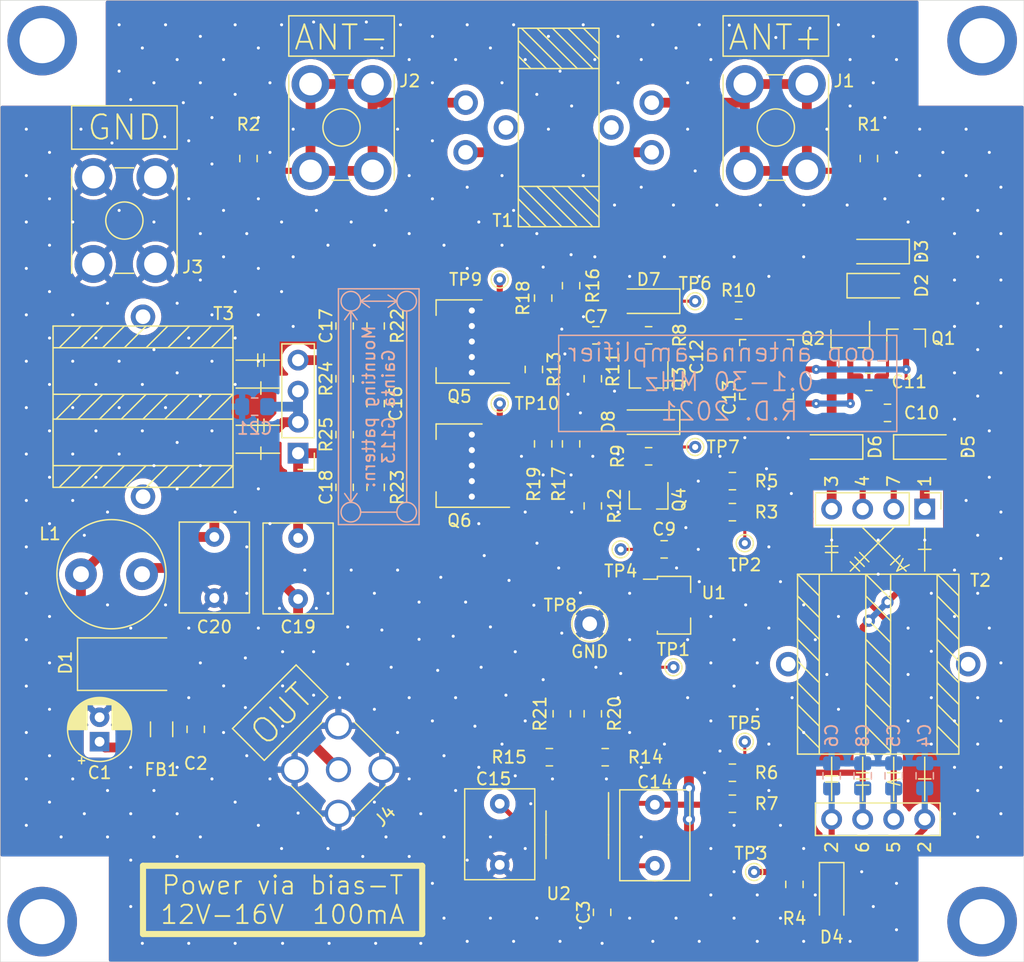
<source format=kicad_pcb>
(kicad_pcb (version 20221018) (generator pcbnew)
  (layers (0 "F.Cu" signal) (31 "B.Cu" signal) (34 "B.Paste" user) (35 "F.Paste" user) (36 "B.SilkS" user "B.Silkscreen") (37 "F.SilkS" user "F.Silkscreen") (38 "B.Mask" user) (39 "F.Mask" user) (44 "Edge.Cuts" user))
  (net 0 "")
  (net 1 "GND")
  (net 2 "VCC")
  (net 3 "Net-(C4-Pad1)")
  (net 4 "+10V")
  (net 5 "Net-(C8-Pad1)")
  (net 6 "Net-(C11-Pad1)")
  (net 7 "Net-(C10-Pad2)")
  (net 8 "Net-(C10-Pad1)")
  (net 9 "Net-(C11-Pad2)")
  (net 10 "Net-(C13-Pad1)")
  (net 11 "Net-(C14-Pad1)")
  (net 12 "Net-(C15-Pad1)")
  (net 13 "/VFEED")
  (net 14 "Net-(D2-Pad2)")
  (net 15 "Net-(D2-Pad1)")
  (net 16 "Net-(J1-Pad1)")
  (net 17 "Net-(J2-Pad1)")
  (net 18 "Net-(Q3-Pad2)")
  (net 19 "Net-(Q4-Pad2)")
  (net 20 "Net-(U2-Pad6)")
  (net 21 "Net-(H1-Pad1)")
  (net 22 "Net-(H2-Pad1)")
  (net 23 "Net-(H3-Pad1)")
  (net 24 "Net-(H4-Pad1)")
  (net 25 "Net-(C5-Pad1)")
  (net 26 "Net-(C12-Pad2)")
  (net 27 "Net-(C14-Pad2)")
  (net 28 "Net-(C16-Pad2)")
  (net 29 "Net-(C16-Pad1)")
  (net 30 "Net-(C17-Pad1)")
  (net 31 "Net-(C19-Pad1)")
  (net 32 "Net-(R24-Pad2)")
  (net 33 "Net-(C18-Pad1)")
  (net 34 "Net-(D7-Pad2)")
  (net 35 "Net-(D8-Pad2)")
  (footprint "Capacitor_THT:CP_Radial_D5.0mm_P2.00mm" (layer "F.Cu") (at 41.148 113.792 90)
    (fp_text reference "C1")
    (fp_text value "47u 25V")
  )
  (footprint "Capacitor_SMD:C_0805_2012Metric_Pad1.15x1.40mm_HandSolder" (layer "F.Cu") (at 49.022 112.776 90)
    (fp_text reference "C2")
    (fp_text value "100n")
  )
  (footprint "Capacitor_SMD:C_0805_2012Metric_Pad1.15x1.40mm_HandSolder" (layer "F.Cu") (at 81.788 80.518 180)
    (fp_text reference "C7")
    (fp_text value "100n")
  )
  (footprint "Capacitor_SMD:C_0805_2012Metric_Pad1.15x1.40mm_HandSolder" (layer "F.Cu") (at 87.376 98.044)
    (fp_text reference "C9")
    (fp_text value "100n")
  )
  (footprint "Capacitor_SMD:C_0805_2012Metric_Pad1.15x1.40mm_HandSolder" (layer "F.Cu") (at 104.14 84.328)
    (fp_text reference "C11")
    (fp_text value "3.3p")
  )
  (footprint "Capacitor_THT:C_Rect_L7.2mm_W5.5mm_P5.00mm_FKS2_FKP2_MKS2_MKP2" (layer "F.Cu") (at 86.614 123.952 90)
    (fp_text reference "C14")
    (fp_text value "1u")
  )
  (footprint "Capacitor_THT:C_Rect_L7.2mm_W5.5mm_P5.00mm_FKS2_FKP2_MKS2_MKP2" (layer "F.Cu") (at 73.914 118.872 -90)
    (fp_text reference "C15")
    (fp_text value "1u")
  )
  (footprint "Diode_SMD:D_SMB_Handsoldering" (layer "F.Cu") (at 43.942 107.442)
    (fp_text reference "D1")
    (fp_text value "SMBJ16A")
  )
  (footprint "Diode_SMD:D_MiniMELF" (layer "F.Cu") (at 101.092 126.238 -90)
    (fp_text reference "D4")
    (fp_text value "BZV55-C4V7")
  )
  (footprint "Diode_SMD:D_MiniMELF" (layer "F.Cu") (at 101.092 89.662 180)
    (fp_text reference "D6")
    (fp_text value "LL4148")
  )
  (footprint "Inductor_SMD:L_1206_3216Metric_Pad1.42x1.75mm_HandSolder" (layer "F.Cu") (at 46.228 112.776 90)
    (fp_text reference "FB1")
    (fp_text value "Ferrite_Bead")
  )
  (footprint "local_footprints:Keystone_7771_ScrewTerminal" (layer "F.Cu") (at 96.52 63.5)
    (fp_text reference "J1")
    (fp_text value "ANT+")
  )
  (footprint "local_footprints:Keystone_7771_ScrewTerminal" (layer "F.Cu") (at 60.96 63.5)
    (fp_text reference "J2")
    (fp_text value "ANT-")
  )
  (footprint "local_footprints:Keystone_7771_ScrewTerminal" (layer "F.Cu") (at 43.18 71.12)
    (fp_text reference "J3")
    (fp_text value "GND")
  )
  (footprint "Resistor_SMD:R_0805_2012Metric_Pad1.15x1.40mm_HandSolder" (layer "F.Cu") (at 104.14 66.04 90)
    (fp_text reference "R1")
    (fp_text value "100k")
  )
  (footprint "Resistor_SMD:R_0805_2012Metric_Pad1.15x1.40mm_HandSolder" (layer "F.Cu") (at 53.34 66.04 -90)
    (fp_text reference "R2")
    (fp_text value "100k")
  )
  (footprint "Resistor_SMD:R_0805_2012Metric_Pad1.15x1.40mm_HandSolder" (layer "F.Cu") (at 92.964 94.996 180)
    (fp_text reference "R3")
    (fp_text value "3.3k")
  )
  (footprint "Resistor_SMD:R_0805_2012Metric_Pad1.15x1.40mm_HandSolder" (layer "F.Cu") (at 98.044 125.476 -90)
    (fp_text reference "R4")
    (fp_text value "100")
  )
  (footprint "Resistor_SMD:R_0805_2012Metric_Pad1.15x1.40mm_HandSolder" (layer "F.Cu") (at 92.964 116.332 180)
    (fp_text reference "R6")
    (fp_text value "1k")
  )
  (footprint "Resistor_SMD:R_0805_2012Metric_Pad1.15x1.40mm_HandSolder" (layer "F.Cu") (at 92.964 118.872)
    (fp_text reference "R7")
    (fp_text value "1k")
  )
  (footprint "TestPoint:TestPoint_THTPad_D1.0mm_Drill0.5mm" (layer "F.Cu") (at 88.138 107.696)
    (fp_text reference "TP1")
    (fp_text value "TestPoint")
  )
  (footprint "TestPoint:TestPoint_THTPad_D1.0mm_Drill0.5mm" (layer "F.Cu") (at 93.98 97.536 -90)
    (fp_text reference "TP2")
    (fp_text value "TestPoint")
  )
  (footprint "TestPoint:TestPoint_THTPad_D1.0mm_Drill0.5mm" (layer "F.Cu") (at 83.82 98.044)
    (fp_text reference "TP4")
    (fp_text value "TestPoint")
  )
  (footprint "TestPoint:TestPoint_THTPad_D1.0mm_Drill0.5mm" (layer "F.Cu") (at 94.742 124.46 -90)
    (fp_text reference "TP3")
    (fp_text value "TestPoint")
  )
  (footprint "TestPoint:TestPoint_THTPad_D1.0mm_Drill0.5mm" (layer "F.Cu") (at 93.98 113.792 -90)
    (fp_text reference "TP5")
    (fp_text value "TestPoint")
  )
  (footprint "TestPoint:TestPoint_THTPad_D1.0mm_Drill0.5mm" (layer "F.Cu") (at 89.916 77.724)
    (fp_text reference "TP6")
    (fp_text value "TestPoint")
  )
  (footprint "TestPoint:TestPoint_THTPad_D1.0mm_Drill0.5mm" (layer "F.Cu") (at 89.916 89.662)
    (fp_text reference "TP7")
    (fp_text value "TestPoint")
  )
  (footprint "TestPoint:TestPoint_THTPad_D1.0mm_Drill0.5mm" (layer "F.Cu") (at 73.914 86.106)
    (fp_text reference "TP10")
    (fp_text value "TestPoint")
  )
  (footprint "TestPoint:TestPoint_THTPad_D1.0mm_Drill0.5mm" (layer "F.Cu") (at 73.914 75.946)
    (fp_text reference "TP9")
    (fp_text value "TestPoint")
  )
  (footprint "Package_TO_SOT_SMD:SOT-89-3" (layer "F.Cu") (at 87.884 102.616)
    (fp_text reference "U1")
    (fp_text value "L78L10")
  )
  (footprint "local_footprints:BN_43_202_Trafo1SP2S" (layer "F.Cu") (at 104.902 107.442 -90)
    (fp_text reference "T2")
    (fp_text value "Normalization trafo")
  )
  (footprint "Diode_SMD:D_MiniMELF" (layer "F.Cu") (at 108.712 89.662)
    (fp_text reference "D5")
    (fp_text value "LL4148")
  )
  (footprint "Capacitor_SMD:C_0805_2012Metric_Pad1.15x1.40mm_HandSolder" (layer "F.Cu") (at 105.664 86.868)
    (fp_text reference "C10")
    (fp_text value "3.3p")
  )
  (footprint "Package_TO_SOT_SMD:SOT-23" (layer "F.Cu") (at 107.188 80.772 90)
    (fp_text reference "Q1")
    (fp_text value "MMBT3904")
  )
  (footprint "Resistor_SMD:R_0805_2012Metric_Pad1.15x1.40mm_HandSolder" (layer "F.Cu") (at 93.472 78.486)
    (fp_text reference "R10")
    (fp_text value "1k")
  )
  (footprint "Capacitor_SMD:C_0805_2012Metric_Pad1.15x1.40mm_HandSolder" (layer "F.Cu") (at 91.694 82.287 90)
    (fp_text reference "C12")
    (fp_text value "10p")
  )
  (footprint "Capacitor_SMD:C_Trimmer_Murata_TZB4-A" (layer "F.Cu") (at 95.758 83.312 -90)
    (fp_text reference "C13")
    (fp_text value "3-10p")
  )
  (footprint "Connector_Coaxial:SMA_Amphenol_132134_Vertical" (layer "F.Cu") (at 60.706 116.078 45)
    (fp_text reference "J4")
    (fp_text value "Coax (SMA)")
  )
  (footprint "Resistor_SMD:R_0805_2012Metric_Pad1.15x1.40mm_HandSolder" (layer "F.Cu") (at 61.214 88.646 -90)
    (fp_text reference "R25")
    (fp_text value "100")
  )
  (footprint "Resistor_SMD:R_0805_2012Metric_Pad1.15x1.40mm_HandSolder" (layer "F.Cu") (at 77.47 89.408 90)
    (fp_text reference "R19")
    (fp_text value "470")
  )
  (footprint "Resistor_SMD:R_0805_2012Metric_Pad1.15x1.40mm_HandSolder" (layer "F.Cu") (at 77.47 77.47 90)
    (fp_text reference "R18")
    (fp_text value "470")
  )
  (footprint "Resistor_SMD:R_0805_2012Metric_Pad1.15x1.40mm_HandSolder" (layer "F.Cu") (at 92.964 92.456 180)
    (fp_text reference "R5")
    (fp_text value "1k")
  )
  (footprint "Package_SO:SO-8_3.9x4.9mm_P1.27mm" (layer "F.Cu") (at 80.264 121.412 -90)
    (fp_text reference "U2")
    (fp_text value "TL072")
  )
  (footprint "Resistor_SMD:R_0805_2012Metric_Pad1.15x1.40mm_HandSolder" (layer "F.Cu") (at 81.534 84.074 -90)
    (fp_text reference "R11")
    (fp_text value "1k")
  )
  (footprint "Package_TO_SOT_SMD:SOT-23" (layer "F.Cu") (at 102.616 80.772 -90)
    (fp_text reference "Q2")
    (fp_text value "MMBT3904")
  )
  (footprint "local_footprints:BN_43_202_Trafo1P1S" (layer "F.Cu") (at 44.704 86.36 180)
    (fp_text reference "T3")
    (fp_text value "Output balun")
  )
  (footprint "Resistor_SMD:R_0805_2012Metric_Pad1.15x1.40mm_HandSolder" (layer "F.Cu") (at 86.106 90.424)
    (fp_text reference "R9")
    (fp_text value "470")
  )
  (footprint "Resistor_SMD:R_0805_2012Metric_Pad1.15x1.40mm_HandSolder" (layer "F.Cu") (at 86.106 80.518 180)
    (fp_text reference "R8")
    (fp_text value "470")
  )
  (footprint "Package_TO_SOT_SMD:SOT-23" (layer "F.Cu") (at 86.106 84.074 -90)
    (fp_text reference "Q3")
    (fp_text value "MMBT3904")
  )
  (footprint "Package_TO_SOT_SMD:SOT-23" (layer "F.Cu") (at 86.106 93.98 -90)
    (fp_text reference "Q4")
    (fp_text value "MMBT3904")
  )
  (footprint "Diode_SMD:D_MiniMELF" (layer "F.Cu") (at 86.106 77.724 180)
    (fp_text reference "D7")
    (fp_text value "LL4148")
  )
  (footprint "Diode_SMD:D_MiniMELF" (layer "F.Cu") (at 86.106 87.63 180)
    (fp_text reference "D8")
    (fp_text value "LL4148")
  )
  (footprint "Resistor_SMD:R_0805_2012Metric_Pad1.15x1.40mm_HandSolder" (layer "F.Cu") (at 81.534 94.488 90)
    (fp_text reference "R12")
    (fp_text value "1k")
  )
  (footprint "Package_TO_SOT_SMD:SOT-223-3_TabPin2" (layer "F.Cu") (at 70.612 91.186 180)
    (fp_text reference "Q6")
    (fp_text value "PZT3904")
  )
  (footprint "Package_TO_SOT_SMD:SOT-223-3_TabPin2" (layer "F.Cu") (at 70.612 81.026 180)
    (fp_text reference "Q5")
    (fp_text value "PZT3904")
  )
  (footprint "Resistor_SMD:R_0805_2012Metric_Pad1.15x1.40mm_HandSolder" (layer "F.Cu") (at 61.214 84.074 -90)
    (fp_text reference "R24")
    (fp_text value "100")
  )
  (footprint "Capacitor_SMD:C_0805_2012Metric_Pad1.15x1.40mm_HandSolder" (layer "F.Cu") (at 63.754 86.106 -90)
    (fp_text reference "C16")
    (fp_text value "DNP")
  )
  (footprint "Resistor_SMD:R_0805_2012Metric_Pad1.15x1.40mm_HandSolder" (layer "F.Cu") (at 81.534 111.506 -90)
    (fp_text reference "R20")
    (fp_text value "10k")
  )
  (footprint "Capacitor_SMD:C_0805_2012Metric_Pad1.15x1.40mm_HandSolder" (layer "F.Cu") (at 82.296 127.762 -90)
    (fp_text reference "C3")
    (fp_text value "100n")
  )
  (footprint "local_footprints:FairRite_5943004901_Standing" (layer "F.Cu") (at 78.74 63.5 -90)
    (fp_text reference "T1")
    (fp_text value "Isolation trafo")
  )
  (footprint "Diode_SMD:D_MiniMELF" (layer "F.Cu") (at 104.902 73.66 180)
    (fp_text reference "D3")
    (fp_text value "LL4148")
  )
  (footprint "local_footprints:MountingHole" (layer "F.Cu") (at 36.449 56.388)
    (fp_text reference "H1" hide)
    (fp_text value "MountingHole" hide)
  )
  (footprint "local_footprints:MountingHole" (layer "F.Cu") (at 113.411 56.388 -90)
    (fp_text reference "H2" hide)
    (fp_text value "MountingHole" hide)
  )
  (footprint "local_footprints:MountingHole" (layer "F.Cu") (at 36.449 128.524 90)
    (fp_text reference "H3" hide)
    (fp_text value "MountingHole" hide)
  )
  (footprint "local_footprints:MountingHole" (layer "F.Cu") (at 113.411 128.524 180)
    (fp_text reference "H4" hide)
    (fp_text value "MountingHole" hide)
  )
  (footprint "Capacitor_SMD:C_0805_2012Metric_Pad1.15x1.40mm_HandSolder" (layer "F.Cu") (at 61.214 79.756 90)
    (fp_text reference "C17")
    (fp_text value "100n")
  )
  (footprint "Capacitor_SMD:C_0805_2012Metric_Pad1.15x1.40mm_HandSolder" (layer "F.Cu") (at 61.214 92.964 -90)
    (fp_text reference "C18")
    (fp_text value "100n")
  )
  (footprint "Resistor_SMD:R_0805_2012Metric_Pad1.15x1.40mm_HandSolder" (layer "F.Cu") (at 82.55 115.062)
    (fp_text reference "R14")
    (fp_text value "10k")
  )
  (footprint "Resistor_SMD:R_0805_2012Metric_Pad1.15x1.40mm_HandSolder" (layer "F.Cu") (at 77.978 115.062 180)
    (fp_text reference "R15")
    (fp_text value "10k")
  )
  (footprint "Resistor_SMD:R_0805_2012Metric_Pad1.15x1.40mm_HandSolder" (layer "F.Cu") (at 63.754 79.756 -90)
    (fp_text reference "R22")
    (fp_text value "10")
  )
  (footprint "Resistor_SMD:R_0805_2012Metric_Pad1.15x1.40mm_HandSolder" (layer "F.Cu") (at 63.754 92.964 90)
    (fp_text reference "R23")
    (fp_text value "10")
  )
  (footprint "Capacitor_THT:C_Rect_L7.2mm_W5.5mm_P5.00mm_FKS2_FKP2_MKS2_MKP2" (layer "F.Cu") (at 57.404 102.108 90)
    (fp_text reference "C19")
    (fp_text value "1u")
  )
  (footprint "Resistor_SMD:R_0805_2012Metric_Pad1.15x1.40mm_HandSolder" (layer "F.Cu") (at 79.756 76.454 90)
    (fp_text reference "R16")
    (fp_text value "DNP")
  )
  (footprint "Resistor_SMD:R_0805_2012Metric_Pad1.15x1.40mm_HandSolder" (layer "F.Cu") (at 79.756 89.408 90)
    (fp_text reference "R17")
    (fp_text value "DNP")
  )
  (footprint "Inductor_THT:L_Radial_D8.7mm_P5.00mm_Fastron_07HCP" (layer "F.Cu") (at 39.624 100.076)
    (fp_text reference "L1")
    (fp_text value "1mH")
  )
  (footprint "Capacitor_THT:C_Rect_L7.2mm_W5.5mm_P5.00mm_FKS2_FKP2_MKS2_MKP2" (layer "F.Cu") (at 50.546 97.028 -90)
    (fp_text reference "C20")
    (fp_text value "1u")
  )
  (footprint "Diode_SMD:D_MiniMELF" (layer "F.Cu") (at 104.902 76.454)
    (fp_text reference "D2")
    (fp_text value "LL4148")
  )
  (footprint "Resistor_SMD:R_0805_2012Metric_Pad1.15x1.40mm_HandSolder" (layer "F.Cu") (at 76.708 83.312 -90)
    (fp_text reference "R13")
    (fp_text value "10")
  )
  (footprint "Resistor_SMD:R_0805_2012Metric_Pad1.15x1.40mm_HandSolder" (layer "F.Cu") (at 78.994 111.506 -90)
    (fp_text reference "R21")
    (fp_text value "10k")
  )
  (footprint "TestPoint:TestPoint_THTPad_D2.5mm_Drill1.2mm" (layer "F.Cu") (at 81.28 104.14)
    (fp_text reference "TP8")
    (fp_text value "TestPoint")
  )
  (footprint "Capacitor_SMD:C_0805_2012Metric_Pad1.15x1.40mm_HandSolder" (layer "B.Cu") (at 108.712 116.586 90)
    (fp_text reference "C4")
    (fp_text value "100n")
  )
  (footprint "Capacitor_SMD:C_0805_2012Metric_Pad1.15x1.40mm_HandSolder" (layer "B.Cu") (at 106.172 116.586 90)
    (fp_text reference "C5")
    (fp_text value "100n")
  )
  (footprint "Capacitor_SMD:C_0805_2012Metric_Pad1.15x1.40mm_HandSolder" (layer "B.Cu") (at 101.092 116.586 90)
    (fp_text reference "C6")
    (fp_text value "1u")
  )
  (footprint "Capacitor_SMD:C_0805_2012Metric_Pad1.15x1.40mm_HandSolder" (layer "B.Cu") (at 103.632 116.586 90)
    (fp_text reference "C8")
    (fp_text value "100n")
  )
  (footprint "Capacitor_SMD:C_0805_2012Metric_Pad1.15x1.40mm_HandSolder" (layer "B.Cu") (at 53.848 86.36 180)
    (fp_text reference "C21")
    (fp_text value "100n")
  )
  (gr_line (start 78.74 88.392) (end 78.74 80.518) (stroke (width 0.12)) (layer "B.SilkS"))
  (gr_line (start 61.722 94.192782) (end 61.722 78.527218) (stroke (width 0.12)) (layer "B.SilkS"))
  (gr_circle (center 66.294 77.724) (end 66.548 76.962) (stroke (width 0.12)) (fill none) (layer "B.SilkS"))
  (gr_line (start 60.706 96.012) (end 60.706 76.708) (stroke (width 0.12)) (layer "B.SilkS"))
  (gr_circle (center 61.722 77.724) (end 61.976 76.962) (stroke (width 0.12)) (fill none) (layer "B.SilkS"))
  (gr_line (start 62.23 76.708) (end 65.278 76.708) (stroke (width 0.12)) (layer "B.SilkS"))
  (gr_line (start 62.525218 77.724) (end 63.246 78.232) (stroke (width 0.12)) (layer "B.SilkS"))
  (gr_line (start 106.426 80.518) (end 106.426 88.392) (stroke (width 0.12)) (layer "B.SilkS"))
  (gr_line (start 61.722 94.192782) (end 61.214 93.472) (stroke (width 0.12)) (layer "B.SilkS"))
  (gr_line (start 65.490782 77.724) (end 64.77 77.216) (stroke (width 0.12)) (layer "B.SilkS"))
  (gr_circle (center 66.294 94.996) (end 66.548 94.234) (stroke (width 0.12)) (fill none) (layer "B.SilkS"))
  (gr_circle (center 61.722 94.996) (end 61.976 94.234) (stroke (width 0.12)) (fill none) (layer "B.SilkS"))
  (gr_line (start 78.74 80.518) (end 106.426 80.518) (stroke (width 0.12)) (layer "B.SilkS"))
  (gr_line (start 60.706 76.708) (end 62.23 76.708) (stroke (width 0.12)) (layer "B.SilkS"))
  (gr_line (start 106.426 88.392) (end 78.74 88.392) (stroke (width 0.12)) (layer "B.SilkS"))
  (gr_line (start 65.490782 77.724) (end 64.77 78.232) (stroke (width 0.12)) (layer "B.SilkS"))
  (gr_line (start 65.278 76.708) (end 67.31 76.708) (stroke (width 0.12)) (layer "B.SilkS"))
  (gr_line (start 61.722 78.527218) (end 61.214 79.248) (stroke (width 0.12)) (layer "B.SilkS"))
  (gr_line (start 67.31 76.708) (end 67.31 96.012) (stroke (width 0.12)) (layer "B.SilkS"))
  (gr_line (start 62.525218 77.724) (end 65.490782 77.724) (stroke (width 0.12)) (layer "B.SilkS"))
  (gr_line (start 61.722 78.527218) (end 62.23 79.248) (stroke (width 0.12)) (layer "B.SilkS"))
  (gr_line (start 61.722 94.192782) (end 62.23 93.472) (stroke (width 0.12)) (layer "B.SilkS"))
  (gr_line (start 65.490782 94.996) (end 62.525218 94.996) (stroke (width 0.12)) (layer "B.SilkS"))
  (gr_line (start 66.294 78.527218) (end 66.294 94.192782) (stroke (width 0.12)) (layer "B.SilkS"))
  (gr_line (start 62.525218 77.724) (end 63.246 77.216) (stroke (width 0.12)) (layer "B.SilkS"))
  (gr_line (start 67.31 96.012) (end 60.706 96.012) (stroke (width 0.12)) (layer "B.SilkS"))
  (gr_line (start 38.862 65.278) (end 38.862 61.722) (stroke (width 0.12)) (layer "F.SilkS"))
  (gr_line (start 54.635528 115.321287) (end 52.031254 112.717013) (stroke (width 0.12)) (layer "F.SilkS"))
  (gr_line (start 44.704 129.54) (end 44.704 123.952) (stroke (width 0.5)) (layer "F.SilkS"))
  (gr_line (start 92.202 54.356) (end 100.838 54.356) (stroke (width 0.12)) (layer "F.SilkS"))
  (gr_line (start 92.202 57.658) (end 92.202 54.356) (stroke (width 0.12)) (layer "F.SilkS"))
  (gr_line (start 100.838 54.356) (end 100.838 57.658) (stroke (width 0.12)) (layer "F.SilkS"))
  (gr_line (start 65.278 54.356) (end 65.278 57.658) (stroke (width 0.12)) (layer "F.SilkS"))
  (gr_line (start 56.642 57.658) (end 56.642 54.356) (stroke (width 0.12)) (layer "F.SilkS"))
  (gr_line (start 56.642 54.356) (end 65.278 54.356) (stroke (width 0.12)) (layer "F.SilkS"))
  (gr_line (start 65.278 57.658) (end 56.642 57.658) (stroke (width 0.12)) (layer "F.SilkS"))
  (gr_line (start 44.704 123.952) (end 67.564 123.952) (stroke (width 0.5)) (layer "F.SilkS"))
  (gr_line (start 59.844077 110.112739) (end 54.635528 115.321287) (stroke (width 0.12)) (layer "F.SilkS"))
  (gr_line (start 47.498 61.722) (end 47.498 65.278) (stroke (width 0.12)) (layer "F.SilkS"))
  (gr_line (start 38.862 61.722) (end 47.498 61.722) (stroke (width 0.12)) (layer "F.SilkS"))
  (gr_line (start 47.498 65.278) (end 38.862 65.278) (stroke (width 0.12)) (layer "F.SilkS"))
  (gr_line (start 57.239803 107.508464) (end 59.844077 110.112739) (stroke (width 0.12)) (layer "F.SilkS"))
  (gr_line (start 67.564 129.54) (end 44.704 129.54) (stroke (width 0.5)) (layer "F.SilkS"))
  (gr_line (start 67.564 123.952) (end 67.564 129.54) (stroke (width 0.5)) (layer "F.SilkS"))
  (gr_line (start 100.838 57.658) (end 92.202 57.658) (stroke (width 0.12)) (layer "F.SilkS"))
  (gr_line (start 52.031254 112.717013) (end 57.239803 107.508464) (stroke (width 0.12)) (layer "F.SilkS"))
  (gr_line (start 116.84 75.184) (end 116.84 119.126) (stroke (width 0.05)) (layer "Edge.Cuts"))
  (gr_line (start 33.02 53.086) (end 116.84 53.086) (stroke (width 0.05)) (layer "Edge.Cuts"))
  (gr_line (start 33.02 68.58) (end 33.02 53.086) (stroke (width 0.05)) (layer "Edge.Cuts"))
  (gr_line (start 116.84 119.126) (end 116.84 131.826) (stroke (width 0.05)) (layer "Edge.Cuts"))
  (gr_line (start 116.84 53.086) (end 116.84 75.184) (stroke (width 0.05)) (layer "Edge.Cuts"))
  (gr_line (start 116.84 131.826) (end 33.02 131.826) (stroke (width 0.05)) (layer "Edge.Cuts"))
  (gr_line (start 33.02 131.826) (end 33.02 106.68) (stroke (width 0.05)) (layer "Edge.Cuts"))
  (gr_line (start 33.02 106.68) (end 33.02 68.58) (stroke (width 0.05)) (layer "Edge.Cuts"))
  (gr_text "Mounting pattern:\nGainta G113" (at 64.008 86.36 90) (layer "B.SilkS") (effects (font (size 1 1)) (justify mirror)))
  (gr_text "Loop antenna amplifier\n0.1-30 MHz\nR.D. 2021" (at 92.71 84.328) (layer "B.SilkS") (effects (font (size 1.5 1.5)) (justify mirror)))
  (gr_text "ANT-" (at 60.96 56.134) (layer "F.SilkS") (effects (font (size 2 2))))
  (gr_text "ANT+" (at 96.52 56.134) (layer "F.SilkS") (effects (font (size 2 2))))
  (gr_text "GND" (at 81.28 106.426) (layer "F.SilkS") (effects (font (size 1 1))))
  (gr_text "GND" (at 43.18 63.5) (layer "F.SilkS") (effects (font (size 2 2))))
  (gr_text "Power via bias-T\n12V-16V  100mA" (at 56.134 126.746) (layer "F.SilkS") (effects (font (size 1.5 1.5))))
  (gr_text "OUT" (at 56.072369 111.54958 45) (layer "F.SilkS") (effects (font (size 2 2))))
  (segment (start 71.628 88.646) (end 71.628 89.916) (width 0.8) (layer "F.Cu") (net 1))
  (segment (start 71.628 82.296) (end 71.628 83.566) (width 0.8) (layer "F.Cu") (net 1))
  (segment (start 71.628 81.026) (end 71.628 82.296) (width 0.8) (layer "F.Cu") (net 1))
  (segment (start 71.628 89.916) (end 71.628 91.186) (width 0.8) (layer "F.Cu") (net 1))
  (segment (start 71.628 92.456) (end 71.628 93.726) (width 0.8) (layer "F.Cu") (net 1))
  (segment (start 71.628 78.486) (end 71.628 79.756) (width 0.8) (layer "F.Cu") (net 1))
  (segment (start 71.628 91.186) (end 71.628 92.456) (width 0.8) (layer "F.Cu") (net 1))
  (segment (start 71.628 79.756) (end 71.628 81.026) (width 0.8) (layer "F.Cu") (net 1))
  (via (at 71.628 81.026) (size 1) (drill 0.5) (layers "F.Cu" "B.Cu") (net 1))
  (via (at 75.050191 55.08919) (size 0.75) (drill 0.25) (layers "F.Cu" "B.Cu") (net 1))
  (via (at 71.250191 123.48919) (size 0.75) (drill 0.25) (layers "F.Cu" "B.Cu") (net 1))
  (via (at 80.518 101.6) (size 0.75) (drill 0.25) (layers "F.Cu" "B.Cu") (net 1))
  (via (at 88.350191 128.23919) (size 0.75) (drill 0.25) (layers "F.Cu" "B.Cu") (net 1))
  (via (at 95.950191 97.83919) (size 0.75) (drill 0.25) (layers "F.Cu" "B.Cu") (net 1))
  (via (at 45.600191 121.58919) (size 0.75) (drill 0.25) (layers "F.Cu" "B.Cu") (net 1))
  (via (at 74.422 109.982) (size 0.75) (drill 0.25) (layers "F.Cu" "B.Cu") (net 1))
  (via (at 95.950191 117.78919) (size 0.75) (drill 0.25) (layers "F.Cu" "B.Cu") (net 1))
  (via (at 60.800191 110.18919) (size 0.75) (drill 0.25) (layers "F.Cu" "B.Cu") (net 1))
  (via (at 85.500191 57.93919) (size 0.75) (drill 0.25) (layers "F.Cu" "B.Cu") (net 1))
  (via (at 42.164 64.77) (size 0.75) (drill 0.25) (layers "F.Cu" "B.Cu") (net 1))
  (via (at 56.134 112.522) (size 0.75) (drill 0.25) (layers "F.Cu" "B.Cu") (net 1))
  (via (at 43.700191 123.48919) (size 0.75) (drill 0.25) (layers "F.Cu" "B.Cu") (net 1))
  (via (at 114.950191 94.98919) (size 0.75) (drill 0.25) (layers "F.Cu" "B.Cu") (net 1))
  (via (at 68.400191 125.38919) (size 0.75) (drill 0.25) (layers "F.Cu" "B.Cu") (net 1))
  (via (at 52.250191 130.302) (size 0.75) (drill 0.25) (layers "F.Cu" "B.Cu") (net 1))
  (via (at 61.468 104.394) (size 0.75) (drill 0.25) (layers "F.Cu" "B.Cu") (net 1))
  (via (at 54.150191 62.68919) (size 0.75) (drill 0.25) (layers "F.Cu" "B.Cu") (net 1))
  (via (at 79.248 82.042) (size 0.75) (drill 0.25) (layers "F.Cu" "B.Cu") (net 1))
  (via (at 114.950191 68.38919) (size 0.75) (drill 0.25) (layers "F.Cu" "B.Cu") (net 1))
  (via (at 65.786 55.08919) (size 0.75) (drill 0.25) (layers "F.Cu" "B.Cu") (net 1))
  (via (at 114.950191 115.88919) (size 0.75) (drill 0.25) (layers "F.Cu" "B.Cu") (net 1))
  (via (at 37.050191 95.93919) (size 0.75) (drill 0.25) (layers "F.Cu" "B.Cu") (net 1))
  (via (at 75.050191 70.28919) (size 0.75) (drill 0.25) (layers "F.Cu" "B.Cu") (net 1))
  (via (at 59.944 130.302) (size 0.75) (drill 0.25) (layers "F.Cu" "B.Cu") (net 1))
  (via (at 37.050191 103.53919) (size 0.75) (drill 0.25) (layers "F.Cu" "B.Cu") (net 1))
  (via (at 76.962 97.536) (size 0.75) (drill 0.25) (layers "F.Cu" "B.Cu") (net 1))
  (via (at 43.700191 61.214) (size 0.75) (drill 0.25) (layers "F.Cu" "B.Cu") (net 1))
  (via (at 113.050191 101.63919) (size 0.75) (drill 0.25) (layers "F.Cu" "B.Cu") (net 1))
  (via (at 112.100191 67.43919) (size 0.75) (drill 0.25) (layers "F.Cu" "B.Cu") (net 1))
  (via (at 63.650191 101.63919) (size 0.75) (drill 0.25) (layers "F.Cu" "B.Cu") (net 1))
  (via (at 102.600191 57.93919) (size 0.75) (drill 0.25) (layers "F.Cu" "B.Cu") (net 1))
  (via (at 40.850191 84.53919) (size 0.75) (drill 0.25) (layers "F.Cu" "B.Cu") (net 1))
  (via (at 84.550191 101.63919) (size 0.75) (drill 0.25) (layers "F.Cu" "B.Cu") (net 1))
  (via (at 57.950191 99.73919) (size 0.75) (drill 0.25) (layers "F.Cu" "B.Cu") (net 1))
  (via (at 82.296 130.302) (size 0.75) (drill 0.25) (layers "F.Cu" "B.Cu") (net 1))
  (via (at 35.150191 113.03919) (size 0.75) (drill 0.25) (layers "F.Cu" "B.Cu") (net 1))
  (via (at 58.674 106.426) (size 0.75) (drill 0.25) (layers "F.Cu" "B.Cu") (net 1))
  (via (at 91.694 69.85) (size 0.75) (drill 0.25) (layers "F.Cu" "B.Cu") (net 1))
  (via (at 58.900191 70.28919) (size 0.75) (drill 0.25) (layers "F.Cu" "B.Cu") (net 1))
  (via (at 113.050191 77.88919) (size 0.75) (drill 0.25) (layers "F.Cu" "B.Cu") (net 1))
  (via (at 37.050191 88.33919) (size 0.75) (drill 0.25) (layers "F.Cu" "B.Cu") (net 1))
  (via (at 68.400191 56.03919) (size 0.75) (drill 0.25) (layers "F.Cu" "B.Cu") (net 1))
  (via (at 86.450191 130.13919) (size 0.75) (drill 0.25) (layers "F.Cu" "B.Cu") (net 1))
  (via (at 73.152 104.394) (size 0.75) (drill 0.25) (layers "F.Cu" "B.Cu") (net 1))
  (via (at 45.600191 91.18919) (size 0.75) (drill 0.25) (layers "F.Cu" "B.Cu") (net 1))
  (via (at 63.650191 118.73919) (size 0.75) (drill 0.25) (layers "F.Cu" "B.Cu") (net 1))
  (via (at 90.678 116.332) (size 0.75) (drill 0.25) (layers "F.Cu" "B.Cu") (net 1))
  (via (at 51.308 109.22) (size 0.75) (drill 0.25) (layers "F.Cu" "B.Cu") (net 1))
  (via (at 58.674 109.982) (size 0.75) (drill 0.25) (layers "F.Cu" "B.Cu") (net 1))
  (via (at 55.88 102.87) (size 0.75) (drill 0.25) (layers "F.Cu" "B.Cu") (net 1))
  (via (at 52.250191 80.73919) (size 0.75) (drill 0.25) (layers "F.Cu" "B.Cu") (net 1))
  (via (at 48.006 61.468) (size 0.75) (drill 0.25) (layers "F.Cu" "B.Cu") (net 1))
  (via (at 35.150191 120.63919) (size 0.75) (drill 0.25) (layers "F.Cu" "B.Cu") (net 1))
  (via (at 111.150191 103.53919) (size 0.75) (drill 0.25) (layers "F.Cu" "B.Cu") (net 1))
  (via (at 42.750191 55.08919) (size 0.75) (drill 0.25) (layers "F.Cu" "B.Cu") (net 1))
  (via (at 104.902 100.076) (size 0.75) (drill 0.25) (layers "F.Cu" "B.Cu") (net 1))
  (via (at 55.100191 59.83919) (size 0.75) (drill 0.25) (layers "F.Cu" "B.Cu") (net 1))
  (via (at 35.150191 94.03919) (size 0.75) (drill 0.25) (layers "F.Cu" "B.Cu") (net 1))
  (via (at 74.100191 73.13919) (size 0.75) (drill 0.25) (layers "F.Cu" "B.Cu") (net 1))
  (via (at 64.600191 121.58919) (size 0.75) (drill 0.25) (layers "F.Cu" "B.Cu") (net 1))
  (via (at 89.300191 59.83919) (size 0.75) (drill 0.25) (layers "F.Cu" "B.Cu") (net 1))
  (via (at 113.050191 121.58919) (size 0.75) (drill 0.25) (layers "F.Cu" "B.Cu") (net 1))
  (via (at 89.300191 63.63919) (size 0.75) (drill 0.25) (layers "F.Cu" "B.Cu") (net 1))
  (via (at 105.450191 62.68919) (size 0.75) (drill 0.25) (layers "F.Cu" "B.Cu") (net 1))
  (via (at 37.050191 69.33919) (size 0.75) (drill 0.25) (layers "F.Cu" "B.Cu") (net 1))
  (via (at 76.708 102.616) (size 0.75) (drill 0.25) (layers "F.Cu" "B.Cu") (net 1))
  (via (at 98.800191 102.58919) (size 0.75) (drill 0.25) (layers "F.Cu" "B.Cu") (net 1))
  (via (at 42.750191 58.88919) (size 0.75) (drill 0.25) (layers "F.Cu" "B.Cu") (net 1))
  (via (at 68.400191 69.33919) (size 0.75) (drill 0.25) (layers "F.Cu" "B.Cu") (net 1))
  (via (at 96.900191 128.23919) (size 0.75) (drill 0.25) (layers "F.Cu" "B.Cu") (net 1))
  (via (at 79.756 73.914) (size 0.75) (drill 0.25) (layers "F.Cu" "B.Cu") (net 1))
  (via (at 93.100191 109.23919) (size 0.75) (drill 0.25) (layers "F.Cu" "B.Cu") (net 1))
  (via (at 47.500191 93.08919) (size 0.75) (drill 0.25) (layers "F.Cu" "B.Cu") (net 1))
  (via (at 86.450191 55.08919) (size 0.75) (drill 0.25) (layers "F.Cu" "B.Cu") (net 1))
  (via (at 80.518 129.032) (size 0.75) (drill 0.25) (layers "F.Cu" "B.Cu") (net 1))
  (via (at 82.650191 116.83919) (size 0.75) (drill 0.25) (layers "F.Cu" "B.Cu") (net 1))
  (via (at 91.200191 103.53919) (size 0.75) (drill 0.25) (layers "F.Cu" "B.Cu") (net 1))
  (via (at 85.500191 68.38919) (size 0.75) (drill 0.25) (layers "F.Cu" "B.Cu") (net 1))
  (via (at 45.600191 81.68919) (size 0.75) (drill 0.25) (layers "F.Cu" "B.Cu") (net 1))
  (via (at 99.750191 105.43919) (size 0.75) (drill 0.25) (layers "F.Cu" "B.Cu") (net 1))
  (via (at 54.150191 56.98919) (size 0.75) (drill 0.25) (layers "F.Cu" "B.Cu") (net 1))
  (via (at 106.400191 125.38919) (size 0.75) (drill 0.25) (layers "F.Cu" "B.Cu") (net 1))
  (via (at 106.400191 65.53919) (size 0.75) (drill 0.25) (layers "F.Cu" "B.Cu") (net 1))
  (via (at 112.100191 94.03919) (size 0.75) (drill 0.25) (layers "F.Cu" "B.Cu") (net 1))
  (via (at 111.150191 83.58919) (size 0.75) (drill 0.25) (layers "F.Cu" "B.Cu") (net 1))
  (via (at 93.100191 99.73919) (size 0.75) (drill 0.25) (layers "F.Cu" "B.Cu") (net 1))
  (via (at 74.100191 113.98919) (size 0.75) (drill 0.25) (layers "F.Cu" "B.Cu") (net 1))
  (via (at 55.100191 95.93919) (size 0.75) (drill 0.25) (layers "F.Cu" "B.Cu") (net 1))
  (via (at 78.74 99.568) (size 0.75) (drill 0.25) (layers "F.Cu" "B.Cu") (net 1))
  (via (at 78.994 104.902) (size 0.75) (drill 0.25) (layers "F.Cu" "B.Cu") (net 1))
  (via (at 80.518 86.868) (size 0.75) (drill 0.25) (layers "F.Cu" "B.Cu") (net 1))
  (via (at 114.000191 88.33919) (size 0.75) (drill 0.25) (layers "F.Cu" "B.Cu") (net 1))
  (via (at 102.362 69.85) (size 0.75) (drill 0.25) (layers "F.Cu" "B.Cu") (net 1))
  (via (at 59.850191 73.13919) (size 0.75) (drill 0.25) (layers "F.Cu" "B.Cu") (net 1))
  (via (at 71.628 88.646) (size 1) (drill 0.5) (layers "F.Cu" "B.Cu") (net 1))
  (via (at 50.350191 66.48919) (size 0.75) (drill 0.25) (layers "F.Cu" "B.Cu") (net 1))
  (via (at 109.250191 101.63919) (size 0.75) (drill 0.25) (layers "F.Cu" "B.Cu") (net 1))
  (via (at 42.750191 90.23919) (size 0.75) (drill 0.25) (layers "F.Cu" "B.Cu") (net 1))
  (via (at 37.050191 114.93919) (size 0.75) (drill 0.25) (layers "F.Cu" "B.Cu") (net 1))
  (via (at 76.454 118.872) (size 0.75) (drill 0.25) (layers "F.Cu" "B.Cu") (net 1))
  (via (at 57.000191 63.63919) (size 0.75) (drill 0.25) (layers "F.Cu" "B.Cu") (net 1))
  (via (at 50.350191 88.33919) (size 0.75) (drill 0.25) (layers "F.Cu" "B.Cu") (net 1))
  (via (at 76.000191 122.53919) (size 0.75) (drill 0.25) (layers "F.Cu" "B.Cu") (net 1))
  (via (at 54.150191 82.63919) (size 0.75) (drill 0.25) (layers "F.Cu" "B.Cu") (net 1))
  (via (at 68.400191 59.83919) (size 0.75) (drill 0.25) (layers "F.Cu" "B.Cu") (net 1))
  (via (at 74.100191 59.83919) (size 0.75) (drill 0.25) (layers "F.Cu" "B.Cu") (net 1))
  (via (at 93.100191 105.43919) (size 0.75) (drill 0.25) (layers "F.Cu" "B.Cu") (net 1))
  (via (at 110.200191 65.53919) (size 0.75) (drill 0.25) (layers "F.Cu" "B.Cu") (net 1))
  (via (at 42.750191 86.43919) (size 0.75) (drill 0.25) (layers "F.Cu" "B.Cu") (net 1))
  (via (at 47.500191 115.88919) (size 0.75) (drill 0.25) (layers "F.Cu" "B.Cu") (net 1))
  (via (at 71.882 112.522) (size 0.75) (drill 0.25) (layers "F.Cu" "B.Cu") (net 1))
  (via (at 80.772 78.994) (size 0.75) (drill 0.25) (layers "F.Cu" "B.Cu") (net 1))
  (via (at 47.500191 119.68919) (size 0.75) (drill 0.25) (layers "F.Cu" "B.Cu") (net 1))
  (via (at 55.100191 116.83919) (size 0.75) (drill 0.25) (layers "F.Cu" "B.Cu") (net 1))
  (via (at 58.674 54.864) (size 0.75) (drill 0.25) (layers "F.Cu" "B.Cu") (net 1))
  (via (at 47.500191 57.93919) (size 0.75) (drill 0.25) (layers "F.Cu" "B.Cu") (net 1))
  (via (at 72.200191 95.93919) (size 0.75) (drill 0.25) (layers "F.Cu" "B.Cu") (net 1))
  (via (at 49.400191 121.58919) (size 0.75) (drill 0.25) (layers "F.Cu" "B.Cu") (net 1))
  (via (at 45.600191 117.78919) (size 0.75) (drill 0.25) (layers "F.Cu" "B.Cu") (net 1))
  (via (at 85.500191 115.88919) (size 0.75) (drill 0.25) (layers "F.Cu" "B.Cu") (net 1))
  (via (at 104.500191 59.83919) (size 0.75) (drill 0.25) (layers "F.Cu" "B.Cu") (net 1))
  (via (at 61.750191 99.73919) (size 0.75) (drill 0.25) (layers "F.Cu" "B.Cu") (net 1))
  (via (at 95.25 69.85) (size 0.75) (drill 0.25) (layers "F.Cu" "B.Cu") (net 1))
  (via (at 43.700191 104.48919) (size 0.75) (drill 0.25) (layers "F.Cu" "B.Cu") (net 1))
  (via (at 77.900191 63.63919) (size 0.75) (drill 0.25) (layers "F.Cu" "B.Cu") (net 1))
  (via (at 107.350191 104.48919) (size 0.75) (drill 0.25) (layers "F.Cu" "B.Cu") (net 1))
  (via (at 108.300191 67.43919) (size 0.75) (drill 0.25) (layers "F.Cu" "B.Cu") (net 1))
  (via (at 76.000191 94.98919) (size 0.75) (drill 0.25) (layers "F.Cu" "B.Cu") (net 1))
  (via (at 35.150191 116.83919) (size 0.75) (drill 0.25) (layers "F.Cu" "B.Cu") (net 1))
  (via (at 55.100191 65.53919) (size 0.75) (drill 0.25) (layers "F.Cu" "B.Cu") (net 1))
  (via (at 109.250191 110.18919) (size 0.75) (drill 0.25) (layers "F.Cu" "B.Cu") (net 1))
  (via (at 79.502 85.344) (size 0.75) (drill 0.25) (layers "F.Cu" "B.Cu") (net 1))
  (via (at 63.650191 73.13919) (size 0.75) (drill 0.25) (layers "F.Cu" "B.Cu") (net 1))
  (via (at 67.450191 130.302) (size 0.75) (drill 0.25) (layers "F.Cu" "B.Cu") (net 1))
  (via (at 41.800191 102.58919) (size 0.75) (drill 0.25) (layers "F.Cu" "B.Cu") (net 1))
  (via (at 53.086 106.934) (size 0.75) (drill 0.25) (layers "F.Cu" "B.Cu") (net 1))
  (via (at 41.800191 117.78919) (size 0.75) (drill 0.25) (layers "F.Cu" "B.Cu") (net 1))
  (via (at 83.600191 59.83919) (size 0.75) (drill 0.25) (layers "F.Cu" "B.Cu") (net 1))
  (via (at 75.050191 130.13919) (size 0.75) (drill 0.25) (layers "F.Cu" "B.Cu") (net 1))
  (via (at 114.950191 72.18919) (size 0.75) (drill 0.25) (layers "F.Cu" "B.Cu") (net 1))
  (via (at 114.000191 65.53919) (size 0.75) (drill 0.25) (layers "F.Cu" "B.Cu") (net 1))
  (via (at 95.950191 93.08919) (size 0.75) (drill 0.25) (layers "F.Cu" "B.Cu") (net 1))
  (via (at 111.150191 79.78919) (size 0.75) (drill 0.25) (layers "F.Cu" "B.Cu") (net 1))
  (via (at 58.900191 102.87) (size 0.75) (drill 0.25) (layers "F.Cu" "B.Cu") (net 1))
  (via (at 56.050191 122.53919) (size 0.75) (drill 0.25) (layers "F.Cu" "B.Cu") (net 1))
  (via (at 61.468 107.442) (size 0.75) (drill 0.25) (layers "F.Cu" "B.Cu") (net 1))
  (via (at 95.000191 107.33919) (size 0.75) (drill 0.25) (layers "F.Cu" "B.Cu") (net 1))
  (via (at 38.950191 71.23919) (size 0.75) (drill 0.25) (layers "F.Cu" "B.Cu") (net 1))
  (via (at 38.950191 90.23919) (size 0.75) (drill 0.25) (layers "F.Cu" "B.Cu") (net 1))
  (via (at 41.800191 77.88919) (size 0.75) (drill 0.25) (layers "F.Cu" "B.Cu") (net 1))
  (via (at 48.450191 64.58919) (size 0.75) (drill 0.25) (layers "F.Cu" "B.Cu") (net 1))
  (via (at 95.950191 104.48919) (size 0.75) (drill 0.25) (layers "F.Cu" "B.Cu") (net 1))
  (via (at 84.550191 105.43919) (size 0.75) (drill 0.25) (layers "F.Cu" "B.Cu") (net 1))
  (via (at 101.092 97.282) (size 0.75) (drill 0.25) (layers "F.Cu" "B.Cu") (net 1))
  (via (at 35.150191 71.23919) (size 0.75) (drill 0.25) (layers "F.Cu" "B.Cu") (net 1))
  (via (at 45.600191 71.23919) (size 0.75) (drill 0.25) (layers "F.Cu" "B.Cu") (net 1))
  (via (at 44.650191 56.98919) (size 0.75) (drill 0.25) (layers "F.Cu" "B.Cu") (net 1))
  (via (at 111.150191 115.88919) (size 0.75) (drill 0.25) (layers "F.Cu" "B.Cu") (net 1))
  (via (at 46.550191 86.43919) (size 0.75) (drill 0.25) (layers "F.Cu" "B.Cu") (net 1))
  (via (at 66.500191 72.18919) (size 0.75) (drill 0.25) (layers "F.Cu" "B.Cu") (net 1))
  (via (at 114.000191 92.13919) (size 0.75) (drill 0.25) (layers "F.Cu" "B.Cu") (net 1))
  (via (at 69.350191 73.13919) (size 0.75) (drill 0.25) (layers "F.Cu" "B.Cu") (net 1))
  (via (at 35.150191 82.63919) (size 0.75) (drill 0.25) (layers "F.Cu" "B.Cu") (net 1))
  (via (at 67.31 105.41) (size 0.75) (drill 0.25) (layers "F.Cu" "B.Cu") (net 1))
  (via (at 51.300191 70.28919) (size 0.75) (drill 0.25) (layers "F.Cu" "B.Cu") (net 1))
  (via (at 52.250191 118.73919) (size 0.75) (drill 0.25) (layers "F.Cu" "B.Cu") (net 1))
  (via (at 71.628 91.186) (size 1) (drill 0.5) (layers "F.Cu" "B.Cu") (net 1))
  (via (at 90.17 98.044) (size 0.75) (drill 0.25) (layers "F.Cu" "B.Cu") (net 1))
  (via (at 47.500191 89.28919) (size 0.75) (drill 0.25) (layers "F.Cu" "B.Cu") (net 1))
  (via (at 88.138 69.85) (size 0.75) (drill 0.25) (layers "F.Cu" "B.Cu") (net 1))
  (via (at 39.624 63.63919) (size 0.75) (drill 0.25) (layers "F.Cu" "B.Cu") (net 1))
  (via (at 79.756 91.948) (size 0.75) (drill 0.25) (layers "F.Cu" "B.Cu") (net 1))
  (via (at 49.400191 91.18919) (size 0.75) (drill 0.25) (layers "F.Cu" "B.Cu") (net 1))
  (via (at 38.000191 121.58919) (size 0.75) (drill 0.25) (layers "F.Cu" "B.Cu") (net 1))
  (via (at 92.71 55.118) (size 0.75) (drill 0.25) (layers "F.Cu" "B.Cu") (net 1))
  (via (at 70.104 105.156) (size 0.75) (drill 0.25) (layers "F.Cu" "B.Cu") (net 1))
  (via (at 71.250191 55.08919) (size 0.75) (drill 0.25) (layers "F.Cu" "B.Cu") (net 1))
  (via (at 98.800191 122.53919) (size 0.75) (drill 0.25) (layers "F.Cu" "B.Cu") (net 1))
  (via (at 66.500191 110.18919) (size 0.75) (drill 0.25) (layers "F.Cu" "B.Cu") (net 1))
  (via (at 83.312 85.09) (size 0.75) (drill 0.25) (layers "F.Cu" "B.Cu") (net 1))
  (via (at 51.300191 57.93919) (size 0.75) (drill 0.25) (layers "F.Cu" "B.Cu") (net 1))
  (via (at 101.650191 111.13919) (size 0.75) (drill 0.25) (layers "F.Cu" "B.Cu") (net 1))
  (via (at 112.100191 63.63919) (size 0.75) (drill 0.25) (layers "F.Cu" "B.Cu") (net 1))
  (via (at 40.850191 80.73919) (size 0.75) (drill 0.25) (layers "F.Cu" "B.Cu") (net 1))
  (via (at 107.350191 112.08919) (size 0.75) (drill 0.25) (layers "F.Cu" "B.Cu") (net 1))
  (via (at 112.100191 90.23919) (size 0.75) (drill 0.25) (layers "F.Cu" "B.Cu") (net 1))
  (via (at 90.250191 100.68919) (size 0.75) (drill 0.25) (layers "F.Cu" "B.Cu") (net 1))
  (via (at 44.650191 130.302) (size 0.75) (drill 0.25) (layers "F.Cu" "B.Cu") (net 1))
  (via (at 37.050191 84.53919) (size 0.75) (drill 0.25) (layers "F.Cu" "B.Cu") (net 1))
  (via (at 39.900191 119.68919) (size 0.75) (drill 0.25) (layers "F.Cu" "B.Cu") (net 1))
  (via (at 113.050191 117.78919) (size 0.75) (drill 0.25) (layers "F.Cu" "B.Cu") (net 1))
  (via (at 52.250191 76.93919) (size 0.75) (drill 0.25) (layers "F.Cu" "B.Cu") (net 1))
  (via (at 42.750191 82.63919) (size 0.75) (drill 0.25) (layers "F.Cu" "B.Cu") (net 1))
  (via (at 81.700191 57.93919) (size 0.75) (drill 0.25) (layers "F.Cu" "B.Cu") (net 1))
  (via (at 87.400191 113.98919) (size 0.75) (drill 0.25) (layers "F.Cu" "B.Cu") (net 1))
  (via (at 97.536 88.9) (size 0.75) (drill 0.25) (layers "F.Cu" "B.Cu") (net 1))
  (via (at 71.250191 68.38919) (size 0.75) (drill 0.25) (layers "F.Cu" "B.Cu") (net 1))
  (via (at 106.400191 129.18919) (size 0.75) (drill 0.25) (layers "F.Cu" "B.Cu") (net 1))
  (via (at 53.086 110.998) (size 0.75) (drill 0.25) (layers "F.Cu" "B.Cu") (net 1))
  (via (at 71.628 89.916) (size 1) (drill 0.5) (layers "F.Cu" "B.Cu") (net 1))
  (via (at 96.52 56.134) (size 0.75) (drill 0.25) (layers "F.Cu" "B.Cu") (net 1))
  (via (at 50.350191 62.68919) (size 0.75) (drill 0.25) (layers "F.Cu" "B.Cu") (net 1))
  (via (at 38.950191 82.63919) (size 0.75) (drill 0.25) (layers "F.Cu" "B.Cu") (net 1))
  (via (at 75.692 90.424) (size 0.75) (drill 0.25) (layers "F.Cu" "B.Cu") (net 1))
  (via (at 37.050191 118.73919) (size 0.75) (drill 0.25) (layers "F.Cu" "B.Cu") (net 1))
  (via (at 111.150191 72.18919) (size 0.75) (drill 0.25) (layers "F.Cu" "B.Cu") (net 1))
  (via (at 57.000191 79.78919) (size 0.75) (drill 0.25) (layers "F.Cu" "B.Cu") (net 1))
  (via (at 66.500191 123.19) (size 0.75) (drill 0.25) (layers "F.Cu" "B.Cu") (net 1))
  (via (at 104.500191 127.28919) (size 0.75) (drill 0.25) (layers "F.Cu" "B.Cu") (net 1))
  (via (at 88.350191 56.98919) (size 0.75) (drill 0.25) (layers "F.Cu" "B.Cu") (net 1))
  (via (at 109.250191 113.98919) (size 0.75) (drill 0.25) (layers "F.Cu" "B.Cu") (net 1))
  (via (at 54.150191 75.03919) (size 0.75) (drill 0.25) (layers "F.Cu" "B.Cu") (net 1))
  (via (at 77.47 108.712) (size 0.75) (drill 0.25) (layers "F.Cu" "B.Cu") (net 1))
  (via (at 73.150191 121.58919) (size 0.75) (drill 0.25) (layers "F.Cu" "B.Cu") (net 1))
  (via (at 80.750191 55.08919) (size 0.75) (drill 0.25) (layers "F.Cu" "B.Cu") (net 1))
  (via (at 77.47 74.93) (size 0.75) (drill 0.25) (layers "F.Cu" "B.Cu") (net 1))
  (via (at 72.39 107.696) (size 0.75) (drill 0.25) (layers "F.Cu" "B.Cu") (net 1))
  (via (at 75.184 116.586) (size 0.75) (drill 0.25) (layers "F.Cu" "B.Cu") (net 1))
  (via (at 56.134 130.302) (size 0.75) (drill 0.25) (layers "F.Cu" "B.Cu") (net 1))
  (via (at 69.350191 128.23919) (size 0.75) (drill 0.25) (layers "F.Cu" "B.Cu") (net 1))
  (via (at 40.850191 92.13919) (size 0.75) (drill 0.25) (layers "F.Cu" "B.Cu") (net 1))
  (via (at 72.200191 71.23919) (size 0.75) (drill 0.25) (layers "F.Cu" "B.Cu") (net 1))
  (via (at 48.450191 80.73919) (size 0.75) (drill 0.25) (layers "F.Cu" "B.Cu") (net 1))
  (via (at 113.050191 110.18919) (size 0.75) (drill 0.25) (layers "F.Cu" "B.Cu") (net 1))
  (via (at 94.050191 102.58919) (size 0.75) (drill 0.25) (layers "F.Cu" "B.Cu") (net 1))
  (via (at 47.500191 77.88919) (size 0.75) (drill 0.25) (layers "F.Cu" "B.Cu") (net 1))
  (via (at 69.350191 114.93919) (size 0.75) (drill 0.25) (layers "F.Cu" "B.Cu") (net 1))
  (via (at 70.300191 117.78919) (size 0.75) (drill 0.25) (layers "F.Cu" "B.Cu") (net 1))
  (via (at 95.000191 111.13919) (size 0.75) (drill 0.25) (layers "F.Cu" "B.Cu") (net 1))
  (via (at 89.300191 105.43919) (size 0.75) (drill 0.25) (layers "F.Cu" "B.Cu") (net 1))
  (via (at 95.000191 130.13919) (size 0.75) (drill 0.25) (layers "F.Cu" "B.Cu") (net 1))
  (via (at 114.950191 112.08919) (size 0.75) (drill 0.25) (layers "F.Cu" "B.Cu") (net 1))
  (via (at 96.900191 100.68919) (size 0.75) (drill 0.25) (layers "F.Cu" "B.Cu") (net 1))
  (via (at 95.000191 122.53919) (size 0.75) (drill 0.25) (layers "F.Cu" "B.Cu") (net 1))
  (via (at 110.200191 69.33919) (size 0.75) (drill 0.25) (layers "F.Cu" "B.Cu") (net 1))
  (via (at 65.550191 63.63919) (size 0.75) (drill 0.25) (layers "F.Cu" "B.Cu") (net 1))
  (via (at 38.950191 78.83919) (size 0.75) (drill 0.25) (layers "F.Cu" "B.Cu") (net 1))
  (via (at 91.200191 57.93919) (size 0.75) (drill 0.25) (layers "F.Cu" "B.Cu") (net 1))
  (via (at 95.758 91.44) (size 0.75) (drill 0.25) (layers "F.Cu" "B.Cu") (net 1))
  (via (at 48.450191 69.33919) (size 0.75) (drill 0.25) (layers "F.Cu" "B.Cu") (net 1))
  (via (at 84.550191 75.692) (size 0.75) (drill 0.25) (layers "F.Cu" "B.Cu") (net 1))
  (via (at 67.31 102.362) (size 0.75) (drill 0.25) (layers "F.Cu" "B.Cu") (net 1))
  (via (at 74.676 100.584) (size 0.75) (drill 0.25) (layers "F.Cu" "B.Cu") (net 1))
  (via (at 76.000191 57.93919) (size 0.75) (drill 0.25) (layers "F.Cu" "B.Cu") (net 1))
  (via (at 76.950191 60.78919) (size 0.75) (drill 0.25) (layers "F.Cu" "B.Cu") (net 1))
  (via (at 59.850191 101.63919) (size 0.75) (drill 0.25) (layers "F.Cu" "B.Cu") (net 1))
  (via (at 114.950191 83.58919) (size 0.75) (drill 0.25) (layers "F.Cu" "B.Cu") (net 1))
  (via (at 98.800191 74.08919) (size 0.75) (drill 0.25) (layers "F.Cu" "B.Cu") (net 1))
  (via (at 48.450191 104.48919) (size 0.75) (drill 0.25) (layers "F.Cu" "B.Cu") (net 1))
  (via (at 114.950191 75.98919) (size 0.75) (drill 0.25) (layers "F.Cu" "B.Cu") (net 1))
  (via (at 93.100191 128.23919) (size 0.75) (drill 0.25) (layers "F.Cu" "B.Cu") (net 1))
  (via (at 114.950191 119.68919) (size 0.75) (drill 0.25) (layers "F.Cu" "B.Cu") (net 1))
  (via (at 71.628 93.726) (size 1) (drill 0.5) (layers "F.Cu" "B.Cu") (net 1))
  (via (at 91.200191 107.33919) (size 0.75) (drill 0.25) (layers "F.Cu" "B.Cu") (net 1))
  (via (at 83.600191 94.98919) (size 0.75) (drill 0.25) (layers "F.Cu" "B.Cu") (net 1))
  (via (at 111.150191 87.38919) (size 0.75) (drill 0.25) (layers "F.Cu" "B.Cu") (net 1))
  (via (at 101.650191 55.08919) (size 0.75) (drill 0.25) (layers "F.Cu" "B.Cu") (net 1))
  (via (at 114.950191 107.33919) (size 0.75) (drill 0.25) (layers "F.Cu" "B.Cu") (net 1))
  (via (at 35.150191 67.43919) (size 0.75) (drill 0.25) (layers "F.Cu" "B.Cu") (net 1))
  (via (at 35.150191 109.23919) (size 0.75) (drill 0.25) (layers "F.Cu" "B.Cu") (net 1))
  (via (at 83.600191 90.23919) (size 0.75) (drill 0.25) (layers "F.Cu" "B.Cu") (net 1))
  (via (at 49.400191 72.18919) (size 0.75) (drill 0.25) (layers "F.Cu" "B.Cu") (net 1))
  (via (at 75.184 106.426) (size 0.75) (drill 0.25) (layers "F.Cu" "B.Cu") (net 1))
  (via (at 98.806 69.85) (size 0.75) (drill 0.25) (layers "F.Cu" "B.Cu") (net 1))
  (via (at 35.150191 75.03919) (size 0.75) (drill 0.25) (layers "F.Cu" "B.Cu") (net 1))
  (via (at 89.916 67.056) (size 0.75) (drill 0.25) (layers "F.Cu" "B.Cu") (net 1))
  (via (at 114.000191 104.48919) (size 0.75) (drill 0.25) (layers "F.Cu" "B.Cu") (net 1))
  (via (at 65.550191 99.73919) (size 0.75) (drill 0.25) (layers "F.Cu" "B.Cu") (net 1))
  (via (at 102.600191 130.13919) (size 0.75) (drill 0.25) (layers "F.Cu" "B.Cu") (net 1))
  (via (at 59.850191 122.53919) (size 0.75) (drill 0.25) (layers "F.Cu" "B.Cu") (net 1))
  (via (at 108.300191 74.08919) (size 0.75) (drill 0.25) (layers "F.Cu" "B.Cu") (net 1))
  (via (at 91.200191 126.33919) (size 0.75) (drill 0.25) (layers "F.Cu" "B.Cu") (net 1))
  (via (at 69.088 100.33) (size 0.75) (drill 0.25) (layers "F.Cu" "B.Cu") (net 1))
  (via (at 39.900191 96.88919) (size 0.75) (drill 0.25) (layers "F.Cu" "B.Cu") (net 1))
  (via (at 89.154 96.266) (size 0.75) (drill 0.25) (layers "F.Cu" "B.Cu") (net 1))
  (via (at 98.800191 113.03919) (size 0.75) (drill 0.25) (layers "F.Cu" "B.Cu") (net 1))
  (via (at 74.100191 67.43919) (size 0.75) (drill 0.25) (layers "F.Cu" "B.Cu") (net 1))
  (via (at 35.150191 90.23919) (size 0.75) (drill 0.25) (layers "F.Cu" "B.Cu") (net 1))
  (via (at 83.312 69.85) (size 0.75) (drill 0.25) (layers "F.Cu" "B.Cu") (net 1))
  (via (at 35.150191 63.63919) (size 0.75) (drill 0.25) (layers "F.Cu" "B.Cu") (net 1))
  (via (at 43.700191 119.68919) (size 0.75) (drill 0.25) (layers "F.Cu" "B.Cu") (net 1))
  (via (at 111.150191 75.98919) (size 0.75) (drill 0.25) (layers "F.Cu" "B.Cu") (net 1))
  (via (at 111.150191 119.68919) (size 0.75) (drill 0.25) (layers "F.Cu" "B.Cu") (net 1))
  (via (at 78.232 116.84) (size 0.75) (drill 0.25) (layers "F.Cu" "B.Cu") (net 1))
  (via (at 105.450191 69.33919) (size 0.75) (drill 0.25) (layers "F.Cu" "B.Cu") (net 1))
  (via (at 71.628 83.566) (size 1) (drill 0.5) (layers "F.Cu" "B.Cu") (net 1))
  (via (at 104.500191 56.03919) (size 0.75) (drill 0.25) (layers "F.Cu" "B.Cu") (net 1))
  (via (at 57.404 119.634) (size 0.75) (drill 0.25) (layers "F.Cu" "B.Cu") (net 1))
  (via (at 35.150191 101.63919) (size 0.75) (drill 0.25) (layers "F.Cu" "B.Cu") (net 1))
  (via (at 107.350191 108.28919) (size 0.75) (drill 0.25) (layers "F.Cu" "B.Cu") (net 1))
  (via (at 37.050191 111.13919) (size 0.75) (drill 0.25) (layers "F.Cu" "B.Cu") (net 1))
  (via (at 65.550191 113.03919) (size 0.75) (drill 0.25) (layers "F.Cu" "B.Cu") (net 1))
  (via (at 90.250191 130.13919) (size 0.75) (drill 0.25) (layers "F.Cu" "B.Cu") (net 1))
  (via (at 66.500191 67.43919) (size 0.75) (drill 0.25) (layers "F.Cu" "B.Cu") (net 1))
  (via (at 114.950191 98.78919) (size 0.75) (drill 0.25) (layers "F.Cu" "B.Cu") (net 1))
  (via (at 113.050191 70.28919) (size 0.75) (drill 0.25) (layers "F.Cu" "B.Cu") (net 1))
  (via (at 93.100191 120.63919) (size 0.75) (drill 0.25) (layers "F.Cu" "B.Cu") (net 1))
  (via (at 52.250191 55.08919) (size 0.75) (drill 0.25) (layers "F.Cu" "B.Cu") (net 1))
  (via (at 62.992 54.864) (size 0.75) (drill 0.25) (layers "F.Cu" "B.Cu") (net 1))
  (via (at 46.482 64.262) (size 0.75) (drill 0.25) (layers "F.Cu" "B.Cu") (net 1))
  (via (at 106.400191 57.93919) (size 0.75) (drill 0.25) (layers "F.Cu" "B.Cu") (net 1))
  (via (at 49.400191 75.98919) (size 0.75) (drill 0.25) (layers "F.Cu" "B.Cu") (net 1))
  (via (at 85.500191 121.58919) (size 0.75) (drill 0.25) (layers "F.Cu" "B.Cu") (net 1))
  (via (at 93.100191 124.43919) (size 0.75) (drill 0.25) (layers "F.Cu" "B.Cu") (net 1))
  (via (at 113.050191 81.68919) (size 0.75) (drill 0.25) (layers "F.Cu" "B.Cu") (net 1))
  (via (at 71.628 79.756) (size 1) (drill 0.5) (layers "F.Cu" "B.Cu") (net 1))
  (via (at 93.98 88.9) (size 0.75) (drill 0.25) (layers "F.Cu" "B.Cu") (net 1))
  (via (at 78.850191 58.88919) (size 0.75) (drill 0.25) (layers "F.Cu" "B.Cu") (net 1))
  (via (at 69.350191 121.58919) (size 0.75) (drill 0.25) (layers "F.Cu" "B.Cu") (net 1))
  (via (at 87.400191 74.08919) (size 0.75) (drill 0.25) (layers "F.Cu" "B.Cu") (net 1))
  (via (at 68.400191 64.58919) (size 0.75) (drill 0.25) (layers "F.Cu" "B.Cu") (net 1))
  (via (at 98.800191 130.13919) (size 0.75) (drill 0.25) (layers "F.Cu" "B.Cu") (net 1))
  (via (at 79.800191 94.98919) (size 0.75) (drill 0.25) (layers "F.Cu" "B.Cu") (net 1))
  (via (at 89.300191 110.18919) (size 0.75) (drill 0.25) (layers "F.Cu" "B.Cu") (net 1))
  (via (at 63.650191 111.13919) (size 0.75) (drill 0.25) (layers "F.Cu" "B.Cu") (net 1))
  (via (at 47.500191 83.58919) (size 0.75) (drill 0.25) (layers "F.Cu" "B.Cu") (net 1))
  (via (at 99.750191 126.33919) (size 0.75) (drill 0.25) (layers "F.Cu" "B.Cu") (net 1))
  (via (at 38.950191 86.43919) (size 0.75) (drill 0.25) (layers "F.Cu" "B.Cu") (net 1))
  (via (at 37.050191 73.13919) (size 0.75) (drill 0.25) (layers "F.Cu" "B.Cu") (net 1))
  (via (at 76.950191 72.18919) (size 0.75) (drill 0.25) (layers "F.Cu" "B.Cu") (net 1))
  (via (at 37.050191 92.13919) (size 0.75) (drill 0.25) (layers "F.Cu" "B.Cu") (net 1))
  (via (at 78.850191 130.13919) (size 0.75) (drill 0.25) (layers "F.Cu" "B.Cu") (net 1))
  (via (at 66.500191 57.93919) (size 0.75) (drill 0.25) (layers "F.Cu" "B.Cu") (net 1))
  (via (at 108.300191 63.63919) (size 0.75) (drill 0.25) (layers "F.Cu" "B.Cu") (net 1))
  (via (at 68.834 107.95) (size 0.75) (drill 0.25) (layers "F.Cu" "B.Cu") (net 1))
  (via (at 71.250191 75.03919) (size 0.75) (drill 0.25) (layers "F.Cu" "B.Cu") (net 1))
  (via (at 47.500191 123.19) (size 0.75) (drill 0.25) (layers "F.Cu" "B.Cu") (net 1))
  (via (at 54.150191 120.63919) (size 0.75) (drill 0.25) (layers "F.Cu" "B.Cu") (net 1))
  (via (at 37.050191 76.93919) (size 0.75) (drill 0.25) (layers "F.Cu" "B.Cu") (net 1))
  (via (at 76.950191 128.23919) (size 0.75) (drill 0.25) (layers "F.Cu" "B.Cu") (net 1))
  (via (at 38.950191 94.03919) (size 0.75) (drill 0.25) (layers "F.Cu" "B.Cu") (net 1))
  (via (at 97.79 93.472) (size 0.75) (drill 0.25) (layers "F.Cu" "B.Cu") (net 1))
  (via (at 49.400191 85.48919) (size 0.75) (drill 0.25) (layers "F.Cu" "B.Cu") (net 1))
  (via (at 64.262 104.648) (size 0.75) (drill 0.25) (layers "F.Cu" "B.Cu") (net 1))
  (via (at 52.250191 60.78919) (size 0.75) (drill 0.25) (layers "F.Cu" "B.Cu") (net 1))
  (via (at 50.350191 82.63919) (size 0.75) (drill 0.25) (layers "F.Cu" "B.Cu") (net 1))
  (via (at 81.534 90.424) (size 0.75) (drill 0.25) (layers "F.Cu" "B.Cu") (net 1))
  (via (at 83.82 108.204) (size 0.75) (drill 0.25) (layers "F.Cu" "B.Cu") (net 1))
  (via (at 38.950191 116.83919) (size 0.75) (drill 0.25) (layers "F.Cu" "B.Cu") (net 1))
  (via (at 113.050191 85.48919) (size 0.75) (drill 0.25) (layers "F.Cu" "B.Cu") (net 1))
  (via (at 83.600191 110.18919) (size 0.75) (drill 0.25) (layers "F.Cu" "B.Cu") (net 1))
  (via (at 113.050191 113.98919) (size 0.75) (drill 0.25) (layers "F.Cu" "B.Cu") (net 1))
  (via (at 35.150191 105.43919) (size 0.75) (drill 0.25) (layers "F.Cu" "B.Cu") (net 1))
  (via (at 41.800191 121.58919) (size 0.75) (drill 0.25) (layers "F.Cu" "B.Cu") (net 1))
  (via (at 81.788 107.696) (size 0.75) (drill 0.25) (layers "F.Cu" "B.Cu") (net 1))
  (via (at 44.650191 88.33919) (size 0.75) (drill 0.25) (layers "F.Cu" "B.Cu") (net 1))
  (via (at 35.150191 78.83919) (size 0.75) (drill 0.25) (layers "F.Cu" "B.Cu") (net 1))
  (via (at 64.262 56.98919) (size 0.75) (drill 0.25) (layers "F.Cu" "B.Cu") (net 1))
  (via (at 64.600191 70.28919) (size 0.75) (drill 0.25) (layers "F.Cu" "B.Cu") (net 1))
  (via (at 57.000191 74.08919) (size 0.75) (drill 0.25) (layers "F.Cu" "B.Cu") (net 1))
  (via (at 41.800191 94.98919) (size 0.75) (drill 0.25) (layers "F.Cu" "B.Cu") (net 1))
  (via (at 61.750191 71.23919) (size 0.75) (drill 0.25) (layers "F.Cu" "B.Cu") (net 1))
  (via (at 91.200191 122.53919) (size 0.75) (drill 0.25) (layers "F.Cu" "B.Cu") (net 1))
  (via (at 107.350191 71.23919) (size 0.75) (drill 0.25) (layers "F.Cu" "B.Cu") (net 1))
  (via (at 93.100191 74.08919) (size 0.75) (drill 0.25) (layers "F.Cu" "B.Cu") (net 1))
  (via (at 111.150191 112.08919) (size 0.75) (drill 0.25) (layers "F.Cu" "B.Cu") (net 1))
  (via (at 56.134 109.22) (size 0.75) (drill 0.25) (layers "F.Cu" "B.Cu") (net 1))
  (via (at 50.350191 78.83919) (size 0.75) (drill 0.25) (layers "F.Cu" "B.Cu") (net 1))
  (via (at 103.550191 124.43919) (size 0.75) (drill 0.25) (layers "F.Cu" "B.Cu") (net 1))
  (via (at 84.550191 113.03919) (size 0.75) (drill 0.25) (layers "F.Cu" "B.Cu") (net 1))
  (via (at 97.850191 110.18919) (size 0.75) (drill 0.25) (layers "F.Cu" "B.Cu") (net 1))
  (via (at 53.200191 101.63919) (size 0.75) (drill 0.25) (layers "F.Cu" "B.Cu") (net 1))
  (via (at 37.050191 80.73919) (size 0.75) (drill 0.25) (layers "F.Cu" "B.Cu") (net 1))
  (via (at 79.800191 61.73919) (size 0.75) (drill 0.25) (layers "F.Cu" "B.Cu") (net 1))
  (via (at 84.550191 128.23919) (size 0.75) (drill 0.25) (layers "F.Cu" "B.Cu") (net 1))
  (via (at 51.300191 113.03919) (size 0.75) (drill 0.25) (layers "F.Cu" "B.Cu") (net 1))
  (via (at 68.400191 112.08919) (size 0.75) (drill 0.25) (layers "F.Cu" "B.Cu") (net 1))
  (via (at 46.550191 102.58919) (size 0.75) (drill 0.25) (layers "F.Cu" "B.Cu") (net 1))
  (via (at 113.050191 96.88919) (size 0.75) (drill 0.25) (layers "F.Cu" "B.Cu") (net 1))
  (via (at 71.628 78.486) (size 1) (drill 0.5) (layers "F.Cu" "B.Cu") (net 1))
  (via (at 56.134 106.426) (size 0.75) (drill 0.25) (layers "F.Cu" "B.Cu") (net 1))
  (via (at 90.250191 55.08919) (size 0.75) (drill 0.25) (layers "F.Cu" "B.Cu") (net 1))
  (via (at 66.500191 116.83919) (size 0.75) (drill 0.25) (layers "F.Cu" "B.Cu") (net 1))
  (via (at 67.450191 119.68919) (size 0.75) (drill 0.25) (layers "F.Cu" "B.Cu") (net 1))
  (via (at 71.250191 130.13919) (size 0.75) (drill 0.25) (layers "F.Cu" "B.Cu") (net 1))
  (via (at 108.712 97.282) (size 0.75) (drill 0.25) (layers "F.Cu" "B.Cu") (net 1))
  (via (at 35.150191 86.43919) (size 0.75) (drill 0.25) (layers "F.Cu" "B.Cu") (net 1))
  (via (at 104.902 97.282) (size 0.75) (drill 0.25) (layers "F.Cu" "B.Cu") (net 1))
  (via (at 46.550191 55.08919) (size 0.75) (drill 0.25) (layers "F.Cu" "B.Cu") (net 1))
  (via (at 54.150191 78.83919) (size 0.75) (drill 0.25) (layers "F.Cu" "B.Cu") (net 1))
  (via (at 43.700191 115.88919) (size 0.75) (drill 0.25) (layers "F.Cu" "B.Cu") (net 1))
  (via (at 90.17 92.456) (size 0.75) (drill 0.25) (layers "F.Cu" "B.Cu") (net 1))
  (via (at 54.150191 69.33919) (size 0.75) (drill 0.25) (layers "F.Cu" "B.Cu") (net 1))
  (via (at 52.250191 94.98919) (size 0.75) (drill 0.25) (layers "F.Cu" "B.Cu") (net 1))
  (via (at 63.754 130.302) (size 0.75) (drill 0.25) (layers "F.Cu" "B.Cu") (net 1))
  (via (at 37.050191 107.33919) (size 0.75) (drill 0.25) (layers "F.Cu" "B.Cu") (net 1))
  (via (at 81.700191 74.08919) (size 0.75) (drill 0.25) (layers "F.Cu" "B.Cu") (net 1))
  (via (at 42.750191 70.28919) (size 0.75) (drill 0.25) (layers "F.Cu" "B.Cu") (net 1))
  (via (at 48.450191 110.18919) (size 0.75) (drill 0.25) (layers "F.Cu" "B.Cu") (net 1))
  (via (at 99.314 55.372) (size 0.75) (drill 0.25) (layers "F.Cu" "B.Cu") (net 1))
  (via (at 95.000191 126.33919) (size 0.75) (drill 0.25) (layers "F.Cu" "B.Cu") (net 1))
  (via (at 53.200191 97.83919) (size 0.75) (drill 0.25) (layers "F.Cu" "B.Cu") (net 1))
  (via (at 43.700191 127.28919) (size 0.75) (drill 0.25) (layers "F.Cu" "B.Cu") (net 1))
  (via (at 65.024 107.696) (size 0.75) (drill 0.25) (layers "F.Cu" "B.Cu") (net 1))
  (via (at 80.750191 67.43919) (size 0.75) (drill 0.25) (layers "F.Cu" "B.Cu") (net 1))
  (via (at 48.450191 130.302) (size 0.75) (drill 0.25) (layers "F.Cu" "B.Cu") (net 1))
  (via (at 91.200191 112.08919) (size 0.75) (drill 0.25) (layers "F.Cu" "B.Cu") (net 1))
  (via (at 83.600191 56.03919) (size 0.75) (drill 0.25) (layers "F.Cu" "B.Cu") (net 1))
  (via (at 91.948 114.554) (size 0.75) (drill 0.25) (layers "F.Cu" "B.Cu") (net 1))
  (via (at 114.950191 79.78919) (size 0.75) (drill 0.25) (layers "F.Cu" "B.Cu") (net 1))
  (via (at 78.994 80.01) (size 0.75) (drill 0.25) (layers "F.Cu" "B.Cu") (net 1))
  (via (at 90.250191 75.692) (size 0.75) (drill 0.25) (layers "F.Cu" "B.Cu") (net 1))
  (via (at 37.050191 65.53919) (size 0.75) (drill 0.25) (layers "F.Cu" "B.Cu") (net 1))
  (via (at 56.050191 71.23919) (size 0.75) (drill 0.25) (layers "F.Cu" "B.Cu") (net 1))
  (via (at 52.250191 84.53919) (size 0.75) (drill 0.25) (layers "F.Cu" "B.Cu") (net 1))
  (via (at 49.400191 59.83919) (size 0.75) (drill 0.25) (layers "F.Cu" "B.Cu") (net 1))
  (via (at 70.300191 57.93919) (size 0.75) (drill 0.25) (layers "F.Cu" "B.Cu") (net 1))
  (via (at 71.628 92.456) (size 1) (drill 0.5) (layers "F.Cu" "B.Cu") (net 1))
  (via (at 72.200191 115.88919) (size 0.75) (drill 0.25) (layers "F.Cu" "B.Cu") (net 1))
  (via (at 109.250191 106.38919) (size 0.75) (drill 0.25) (layers "F.Cu" "B.Cu") (net 1))
  (via (at 53.200191 114.93919) (size 0.75) (drill 0.25) (layers "F.Cu" "B.Cu") (net 1))
  (via (at 77.900191 56.03919) (size 0.75) (drill 0.25) (layers "F.Cu" "B.Cu") (net 1))
  (via (at 49.400191 107.33919) (size 0.75) (drill 0.25) (layers "F.Cu" "B.Cu") (net 1))
  (via (at 96.900191 120.63919) (size 0.75) (drill 0.25) (layers "F.Cu" "B.Cu") (net 1))
  (via (at 73.150191 128.23919) (size 0.75) (drill 0.25) (layers "F.Cu" "B.Cu") (net 1))
  (via (at 95.950191 75.692) (size 0.75) (drill 0.25) (layers "F.Cu" "B.Cu") (net 1))
  (via (at 77.47 91.948) (size 0.75) (drill 0.25) (layers "F.Cu" "B.Cu") (net 1))
  (via (at 35.150191 97.83919) (size 0.75) (drill 0.25) (layers "F.Cu" "B.Cu") (net 1))
  (via (at 100.700191 108.28919) (size 0.75) (drill 0.25) (layers "F.Cu" "B.Cu") (net 1))
  (via (at 54.150191 104.48919) (size 0.75) (drill 0.25) (layers "F.Cu" "B.Cu") (net 1))
  (via (at 71.628 82.296) (size 1) (drill 0.5) (layers "F.Cu" "B.Cu") (net 1))
  (via (at 100.700191 63.63919) (size 0.75) (drill 0.25) (layers "F.Cu" "B.Cu") (net 1))
  (via (at 71.12 102.362) (size 0.75) (drill 0.25) (layers "F.Cu" "B.Cu") (net 1))
  (via (at 72.644 98.552) (size 0.75) (drill 0.25) (layers "F.Cu" "B.Cu") (net 1))
  (via (at 44.650191 84.53919) (size 0.75) (drill 0.25) (layers "F.Cu" "B.Cu") (net 1))
  (via (at 73.150191 56.98919) (size 0.75) (drill 0.25) (layers "F.Cu" "B.Cu") (net 1))
  (via (at 111.150191 99.73919) (size 0.75) (drill 0.25) (layers "F.Cu" "B.Cu") (net 1))
  (via (at 101.650191 103.53919) (size 0.75) (drill 0.25) (layers "F.Cu" "B.Cu") (net 1))
  (via (at 40.850191 88.33919) (size 0.75) (drill 0.25) (layers "F.Cu" "B.Cu") (net 1))
  (via (at 62.700191 123.19) (size 0.75) (drill 0.25) (layers "F.Cu" "B.Cu") (net 1))
  (via (at 91.948 90.424) (size 0.75) (drill 0.25) (layers "F.Cu" "B.Cu") (net 1))
  (via (at 53.200191 72.18919) (size 0.75) (drill 0.25) (layers "F.Cu" "B.Cu") (net 1))
  (via (at 76.000191 112.08919) (size 0.75) (drill 0.25) (layers "F.Cu" "B.Cu") (net 1))
  (via (at 88.392 99.568) (size 0.75) (drill 0.25) (layers "F.Cu" "B.Cu") (net 1))
  (via (at 95.950191 113.98919) (size 0.75) (drill 0.25) (layers "F.Cu" "B.Cu") (net 1))
  (via (at 50.350191 116.83919) (size 0.75) (drill 0.25) (layers "F.Cu" "B.Cu") (net 1))
  (via (at 113.050191 74.08919) (size 0.75) (drill 0.25) (layers "F.Cu" "B.Cu") (net 1))
  (via (at 54.150191 93.08919) (size 0.75) (drill 0.25) (layers "F.Cu" "B.Cu") (net 1))
  (via (at 56.050191 76.93919) (size 0.75) (drill 0.25) (layers "F.Cu" "B.Cu") (net 1))
  (via (at 102.600191 61.73919) (size 0.75) (drill 0.25) (layers "F.Cu" "B.Cu") (net 1))
  (via (at 45.600191 59.83919) (size 0.75) (drill 0.25) (layers "F.Cu" "B.Cu") (net 1))
  (via (at 51.300191 74.08919) (size 0.75) (drill 0.25) (layers "F.Cu" "B.Cu") (net 1))
  (via (at 70.300191 110.18919) (size 0.75) (drill 0.25) (layers "F.Cu" "B.Cu") (net 1))
  (via (at 49.400191 56.03919) (size 0.75) (drill 0.25) (layers "F.Cu" "B.Cu") (net 1))
  (via (at 56.050191 55.08919) (size 0.75) (drill 0.25) (layers "F.Cu" "B.Cu") (net 1))
  (segment (start 86.234 109.856) (end 86.234 107.57) (width 0.8) (layer "F.Cu") (net 2))
  (segment (start 41.6195 114.2635) (end 41.148 113.792) (width 0.8) (layer "F.Cu") (net 2))
  (segment (start 57.395 126.737) (end 49.022 118.364) (width 0.8) (layer "F.Cu") (net 2))
  (segment (start 86.21 104.14) (end 86.234 104.116) (width 0.25) (layer "F.Cu") (net 2))
  (segment (start 86.234 107.57) (end 86.234 104.116) (width 0.8) (layer "F.Cu") (net 2))
  (segment (start 88.646 112.268) (end 86.234 109.856) (width 0.8) (layer "F.Cu") (net 2))
  (segment (start 46.228 114.2635) (end 41.6195 114.2635) (width 0.8) (layer "F.Cu") (net 2))
  (segment (start 82.296 126.737) (end 88.909 126.737) (width 0.8) (layer "F.Cu") (net 2))
  (segment (start 46.228 114.2635) (end 48.5595 114.2635) (width 0.8) (layer "F.Cu") (net 2))
  (segment (start 89.408 126.238) (end 89.408 120.142) (width 0.8) (layer "F.Cu") (net 2))
  (segment (start 82.296 126.737) (end 57.395 126.737) (width 0.8) (layer "F.Cu") (net 2))
  (segment (start 49.022 113.801) (end 49.022 118.364) (width 0.8) (layer "F.Cu") (net 2))
  (segment (start 82.169 126.61) (end 82.296 126.737) (width 0.4) (layer "F.Cu") (net 2))
  (segment (start 88.909 126.737) (end 89.408 126.238) (width 0.8) (layer "F.Cu") (net 2))
  (segment (start 48.5595 114.2635) (end 49.022 113.801) (width 0.8) (layer "F.Cu") (net 2))
  (segment (start 89.408 113.03) (end 89.408 117.602) (width 0.8) (layer "F.Cu") (net 2))
  (segment (start 86.36 107.696) (end 86.234 107.57) (width 0.25) (layer "F.Cu") (net 2))
  (segment (start 89.408 113.03) (end 88.646 112.268) (width 0.8) (layer "F.Cu") (net 2))
  (segment (start 82.169 123.987) (end 82.169 126.61) (width 0.4) (layer "F.Cu") (net 2))
  (segment (start 88.138 107.696) (end 86.36 107.696) (width 0.25) (layer "F.Cu") (net 2))
  (via (at 89.408 120.142) (size 1) (drill 0.5) (layers "F.Cu" "B.Cu") (net 2))
  (via (at 89.408 117.602) (size 1) (drill 0.5) (layers "F.Cu" "B.Cu") (net 2))
  (segment (start 89.408 117.602) (end 89.408 120.142) (width 0.8) (layer "B.Cu") (net 2))
  (segment (start 98.044 124.451) (end 101.055 124.451) (width 0.5) (layer "F.Cu") (net 3))
  (segment (start 101.092 122.428) (end 101.092 124.488) (width 0.5) (layer "F.Cu") (net 3))
  (segment (start 101.092 122.428) (end 107.188 122.428) (width 0.5) (layer "F.Cu") (net 3))
  (segment (start 94.742 124.46) (end 98.035 124.46) (width 0.5) (layer "F.Cu") (net 3))
  (segment (start 98.035 124.46) (end 98.044 124.451) (width 0.5) (layer "F.Cu") (net 3))
  (segment (start 107.188 122.428) (end 108.712 120.904) (width 0.5) (layer "F.Cu") (net 3))
  (segment (start 108.712 120.904) (end 108.712 120.142) (width 0.5) (layer "F.Cu") (net 3))
  (segment (start 101.055 124.451) (end 101.092 124.488) (width 0.5) (layer "F.Cu") (net 3))
  (segment (start 101.092 120.142) (end 101.092 122.428) (width 0.5) (layer "F.Cu") (net 3))
  (segment (start 108.712 117.611) (end 108.712 120.142) (width 0.5) (layer "B.Cu") (net 3))
  (segment (start 101.092 117.611) (end 101.092 120.142) (width 0.5) (layer "B.Cu") (net 3))
  (segment (start 86.106 92.0795) (end 85.081 91.0545) (width 0.5) (layer "F.Cu") (net 4))
  (segment (start 85.081 91.0545) (end 85.081 90.424) (width 0.5) (layer "F.Cu") (net 4))
  (segment (start 86.106 94.98) (end 86.106 92.0795) (width 0.5) (layer "F.Cu") (net 4))
  (segment (start 86.106 94.98) (end 91.923 94.98) (width 0.5) (layer "F.Cu") (net 4))
  (segment (start 91.923 94.98) (end 91.939 94.996) (width 0.5) (layer "F.Cu") (net 4))
  (segment (start 85.09 81.347998) (end 85.09 80.527) (width 0.5) (layer "F.Cu") (net 4))
  (segment (start 86.106 82.363998) (end 85.09 81.347998) (width 0.5) (layer "F.Cu") (net 4))
  (segment (start 86.106 97.799) (end 86.351 98.044) (width 0.5) (layer "F.Cu") (net 4))
  (segment (start 82.813 80.518) (end 85.081 80.518) (width 0.5) (layer "F.Cu") (net 4))
  (segment (start 86.106 88.9) (end 85.081 89.925) (width 0.5) (layer "F.Cu") (net 4))
  (segment (start 86.234 98.161) (end 86.351 98.044) (width 0.5) (layer "F.Cu") (net 4))
  (segment (start 86.106 94.98) (end 86.106 97.799) (width 0.5) (layer "F.Cu") (net 4))
  (segment (start 85.09 80.527) (end 85.081 80.518) (width 0.5) (layer "F.Cu") (net 4))
  (segment (start 86.106 85.074) (end 86.106 88.9) (width 0.5) (layer "F.Cu") (net 4))
  (segment (start 83.82 98.044) (end 86.351 98.044) (width 0.25) (layer "F.Cu") (net 4))
  (segment (start 85.081 89.925) (end 85.081 90.424) (width 0.5) (layer "F.Cu") (net 4))
  (segment (start 86.234 101.116) (end 86.234 98.161) (width 0.5) (layer "F.Cu") (net 4))
  (segment (start 86.106 85.074) (end 86.106 82.363998) (width 0.5) (layer "F.Cu") (net 4))
  (segment (start 110.462 97.564) (end 105.664 102.362) (width 0.5) (layer "F.Cu") (net 5))
  (segment (start 93.98 116.323) (end 93.989 116.332) (width 0.25) (layer "F.Cu") (net 5))
  (segment (start 104.14 103.886) (end 103.632 104.394) (width 0.5) (layer "F.Cu") (net 5))
  (segment (start 93.989 116.332) (end 103.632 116.332) (width 0.5) (layer "F.Cu") (net 5))
  (segment (start 103.632 104.394) (end 103.632 116.332) (width 0.5) (layer "F.Cu") (net 5))
  (segment (start 103.632 116.332) (end 103.632 116.84) (width 0.5) (layer "F.Cu") (net 5))
  (segment (start 93.98 113.792) (end 93.98 116.323) (width 0.25) (layer "F.Cu") (net 5))
  (segment (start 110.462 89.662) (end 110.462 97.564) (width 0.5) (layer "F.Cu") (net 5))
  (segment (start 93.989 116.332) (end 93.989 118.872) (width 0.5) (layer "F.Cu") (net 5))
  (segment (start 103.632 116.84) (end 103.632 120.142) (width 0.5) (layer "F.Cu") (net 5))
  (via (at 105.664 102.362) (size 1) (drill 0.5) (layers "F.Cu" "B.Cu") (net 5))
  (via (at 104.14 103.886) (size 1) (drill 0.5) (layers "F.Cu" "B.Cu") (net 5))
  (segment (start 103.632 120.142) (end 103.632 117.611) (width 0.5) (layer "B.Cu") (net 5))
  (segment (start 105.664 102.362) (end 104.14 103.886) (width 0.5) (layer "B.Cu") (net 5))
  (segment (start 87.856 89.699) (end 87.131 90.424) (width 0.5) (layer "F.Cu") (net 6))
  (segment (start 87.131 92.905) (end 87.056 92.98) (width 0.5) (layer "F.Cu") (net 6))
  (segment (start 87.856 87.63) (end 87.856 89.699) (width 0.5) (layer "F.Cu") (net 6))
  (segment (start 87.131 90.424) (end 87.131 92.905) (width 0.5) (layer "F.Cu") (net 6))
  (segment (start 103.115 84.328) (end 102.616 84.328) (width 0.5) (layer "F.Cu") (net 6))
  (segment (start 102.616 84.328) (end 102.616 86.106) (width 0.5) (layer "F.Cu") (net 6))
  (segment (start 95.758 86.106) (end 89.38 86.106) (width 0.5) (layer "F.Cu") (net 6))
  (segment (start 89.38 86.106) (end 87.856 87.63) (width 0.5) (layer "F.Cu") (net 6))
  (segment (start 95.758 85.662) (end 95.758 86.106) (width 0.5) (layer "F.Cu") (net 6))
  (segment (start 87.893 89.662) (end 87.856 89.699) (width 0.25) (layer "F.Cu") (net 6))
  (segment (start 102.616 81.772) (end 102.616 84.328) (width 0.5) (layer "F.Cu") (net 6))
  (segment (start 99.822 86.106) (end 95.758 86.106) (width 0.5) (layer "F.Cu") (net 6))
  (segment (start 89.916 89.662) (end 87.893 89.662) (width 0.25) (layer "F.Cu") (net 6))
  (via (at 102.616 86.106) (size 0.75) (drill 0.25) (layers "F.Cu" "B.Cu") (net 6))
  (via (at 99.822 86.106) (size 0.75) (drill 0.25) (layers "F.Cu" "B.Cu") (net 6))
  (segment (start 102.616 86.106) (end 99.822 86.106) (width 0.5) (layer "B.Cu") (net 6))
  (segment (start 107.188 83.312) (end 107.188 86.369) (width 0.25) (layer "F.Cu") (net 7))
  (segment (start 87.056 83.074) (end 87.056 80.593) (width 0.5) (layer "F.Cu") (net 7))
  (segment (start 87.856 79.793) (end 87.131 80.518) (width 0.5) (layer "F.Cu") (net 7))
  (segment (start 87.856 77.724) (end 87.856 79.793) (width 0.5) (layer "F.Cu") (net 7))
  (segment (start 107.188 79.772) (end 107.188 83.312) (width 0.5) (layer "F.Cu") (net 7))
  (segment (start 87.056 80.593) (end 87.131 80.518) (width 0.5) (layer "F.Cu") (net 7))
  (segment (start 107.188 83.312) (end 107.188 83.312) (width 0.25) (layer "F.Cu") (net 7))
  (segment (start 87.294 83.312) (end 87.056 83.074) (width 0.5) (layer "F.Cu") (net 7))
  (segment (start 99.822 83.312) (end 87.294 83.312) (width 0.5) (layer "F.Cu") (net 7))
  (segment (start 89.916 77.724) (end 87.856 77.724) (width 0.25) (layer "F.Cu") (net 7))
  (segment (start 107.188 86.369) (end 106.689 86.868) (width 0.25) (layer "F.Cu") (net 7))
  (via (at 99.822 83.312) (size 0.75) (drill 0.25) (layers "F.Cu" "B.Cu") (net 7))
  (via (at 107.188 83.312) (size 0.75) (drill 0.25) (layers "F.Cu" "B.Cu") (net 7))
  (segment (start 99.822 83.312) (end 99.822 83.312) (width 0.5) (layer "B.Cu") (net 7))
  (segment (start 107.188 83.312) (end 99.822 83.312) (width 0.5) (layer "B.Cu") (net 7))
  (segment (start 104.639 86.868) (end 104.14 87.367) (width 0.25) (layer "F.Cu") (net 8))
  (segment (start 104.14 87.367) (end 104.14 88.364) (width 0.25) (layer "F.Cu") (net 8))
  (segment (start 104.14 80.346) (end 104.14 86.369) (width 0.25) (layer "F.Cu") (net 8))
  (segment (start 103.632 94.742) (end 103.632 90.452) (width 0.5) (layer "F.Cu") (net 8))
  (segment (start 104.14 88.364) (end 102.842 89.662) (width 0.25) (layer "F.Cu") (net 8))
  (segment (start 104.14 86.369) (end 104.639 86.868) (width 0.25) (layer "F.Cu") (net 8))
  (segment (start 104.14 80.346) (end 103.566 79.772) (width 0.25) (layer "F.Cu") (net 8))
  (segment (start 103.632 90.452) (end 102.842 89.662) (width 0.5) (layer "F.Cu") (net 8))
  (segment (start 105.664 82.346) (end 105.664 83.829) (width 0.25) (layer "F.Cu") (net 9))
  (segment (start 106.238 81.772) (end 105.664 82.346) (width 0.25) (layer "F.Cu") (net 9))
  (segment (start 106.172 94.742) (end 106.172 90.452) (width 0.5) (layer "F.Cu") (net 9))
  (segment (start 105.165 84.328) (end 105.664 84.827) (width 0.25) (layer "F.Cu") (net 9))
  (segment (start 106.172 90.452) (end 106.962 89.662) (width 0.5) (layer "F.Cu") (net 9))
  (segment (start 105.664 83.829) (end 105.165 84.328) (width 0.25) (layer "F.Cu") (net 9))
  (segment (start 105.664 88.364) (end 106.962 89.662) (width 0.25) (layer "F.Cu") (net 9))
  (segment (start 105.664 84.827) (end 105.664 88.364) (width 0.25) (layer "F.Cu") (net 9))
  (segment (start 95.758 79.747) (end 94.497 78.486) (width 0.5) (layer "F.Cu") (net 10))
  (segment (start 95.758 80.962) (end 95.758 79.747) (width 0.5) (layer "F.Cu") (net 10))
  (segment (start 78.359 123.987) (end 78.359 122.41637) (width 0.4) (layer "F.Cu") (net 11))
  (segment (start 78.359 122.41637) (end 80.899 119.87637) (width 0.4) (layer "F.Cu") (net 11))
  (segment (start 80.899 118.837) (end 80.899 115.688) (width 0.4) (layer "F.Cu") (net 11))
  (segment (start 80.899 119.87637) (end 84.97463 123.952) (width 0.4) (layer "F.Cu") (net 11))
  (segment (start 80.899 119.87637) (end 80.899 118.837) (width 0.4) (layer "F.Cu") (net 11))
  (segment (start 81.534 112.531) (end 81.534 115.053) (width 0.5) (layer "F.Cu") (net 11))
  (segment (start 81.534 115.053) (end 81.525 115.062) (width 0.5) (layer "F.Cu") (net 11))
  (segment (start 84.97463 123.952) (end 86.614 123.952) (width 0.4) (layer "F.Cu") (net 11))
  (segment (start 80.899 115.688) (end 81.525 115.062) (width 0.4) (layer "F.Cu") (net 11))
  (segment (start 79.629 118.837) (end 79.629 119.712) (width 0.4) (layer "F.Cu") (net 12))
  (segment (start 75.946 120.904) (end 73.914 118.872) (width 0.4) (layer "F.Cu") (net 12))
  (segment (start 79.629 118.837) (end 79.629 115.688) (width 0.4) (layer "F.Cu") (net 12))
  (segment (start 78.437 120.904) (end 75.946 120.904) (width 0.4) (layer "F.Cu") (net 12))
  (segment (start 78.994 112.531) (end 78.994 115.053) (width 0.5) (layer "F.Cu") (net 12))
  (segment (start 79.629 119.712) (end 78.437 120.904) (width 0.4) (layer "F.Cu") (net 12))
  (segment (start 78.994 115.053) (end 79.003 115.062) (width 0.5) (layer "F.Cu") (net 12))
  (segment (start 79.629 115.688) (end 79.003 115.062) (width 0.4) (layer "F.Cu") (net 12))
  (segment (start 39.624 105.824) (end 41.242 107.442) (width 0.8) (layer "F.Cu") (net 13))
  (segment (start 39.624 100.076) (end 39.624 105.824) (width 0.8) (layer "F.Cu") (net 13))
  (segment (start 56.201919 87.63) (end 50.546 93.285919) (width 0.8) (layer "F.Cu") (net 13))
  (segment (start 50.546 97.028) (end 42.672 97.028) (width 0.8) (layer "F.Cu") (net 13))
  (segment (start 42.672 97.028) (end 39.624 100.076) (width 0.8) (layer "F.Cu") (net 13))
  (segment (start 45.0885 111.2885) (end 41.242 107.442) (width 0.8) (layer "F.Cu") (net 13))
  (segment (start 57.404 87.63) (end 56.201919 87.63) (width 0.8) (layer "F.Cu") (net 13))
  (segment (start 50.546 93.285919) (end 50.546 97.028) (width 0.8) (layer "F.Cu") (net 13))
  (segment (start 46.228 111.2885) (end 45.0885 111.2885) (width 0.8) (layer "F.Cu") (net 13))
  (segment (start 57.404 85.09) (end 57.404 87.63) (width 0.8) (layer "F.Cu") (net 13))
  (segment (start 57.404 85.09) (end 57.404 86.36) (width 0.8) (layer "B.Cu") (net 13))
  (segment (start 57.404 86.36) (end 57.404 87.63) (width 0.8) (layer "B.Cu") (net 13))
  (segment (start 54.873 86.36) (end 57.404 86.36) (width 0.8) (layer "B.Cu") (net 13))
  (segment (start 79.375 65.532) (end 79.375 69.723) (width 0.8) (layer "F.Cu") (net 14))
  (segment (start 106.652 73.66) (end 106.172 73.66) (width 0.8) (layer "F.Cu") (net 14))
  (segment (start 108.696 81.772) (end 108.712 81.788) (width 0.25) (layer "F.Cu") (net 14))
  (segment (start 85.598 71.374) (end 87.122 71.374) (width 0.8) (layer "F.Cu") (net 14))
  (segment (start 106.652 73.66) (end 106.426 73.66) (width 0.8) (layer "F.Cu") (net 14))
  (segment (start 79.375 69.723) (end 81.026 71.374) (width 0.8) (layer "F.Cu") (net 14))
  (segment (start 105.537 73.025) (end 105.537 74.549) (width 0.8) (layer "F.Cu") (net 14))
  (segment (start 106.652 76.454) (end 106.426 76.454) (width 0.8) (layer "F.Cu") (net 14))
  (segment (start 106.426 76.454) (end 105.537 75.565) (width 0.8) (layer "F.Cu") (net 14))
  (segment (start 108.204 77.47) (end 108.712 77.978) (width 0.8) (layer "F.Cu") (net 14))
  (segment (start 88.392 71.374) (end 89.916 71.374) (width 0.8) (layer "F.Cu") (net 14))
  (segment (start 106.426 73.66) (end 105.537 74.549) (width 0.8) (layer "F.Cu") (net 14))
  (segment (start 106.172 73.66) (end 105.537 73.025) (width 0.8) (layer "F.Cu") (net 14))
  (segment (start 103.886 71.374) (end 105.537 73.025) (width 0.8) (layer "F.Cu") (net 14))
  (segment (start 89.916 71.374) (end 103.886 71.374) (width 0.8) (layer "F.Cu") (net 14))
  (segment (start 108.138 81.772) (end 108.696 81.772) (width 0.25) (layer "F.Cu") (net 14))
  (segment (start 108.712 77.978) (end 108.712 81.788) (width 0.8) (layer "F.Cu") (net 14))
  (segment (start 87.122 71.374) (end 88.392 71.374) (width 0.8) (layer "F.Cu") (net 14))
  (segment (start 81.026 71.374) (end 85.598 71.374) (width 0.8) (layer "F.Cu") (net 14))
  (segment (start 86.36 65.532) (end 79.375 65.532) (width 0.8) (layer "F.Cu") (net 14))
  (segment (start 108.712 81.788) (end 108.712 94.742) (width 0.8) (layer "F.Cu") (net 14))
  (segment (start 106.652 76.454) (end 106.553 76.454) (width 0.8) (layer "F.Cu") (net 14))
  (segment (start 105.537 77.47) (end 108.204 77.47) (width 0.8) (layer "F.Cu") (net 14))
  (segment (start 106.553 76.454) (end 105.537 77.47) (width 0.8) (layer "F.Cu") (net 14))
  (segment (start 105.537 75.565) (end 105.537 77.47) (width 0.8) (layer "F.Cu") (net 14))
  (segment (start 105.537 74.549) (end 105.537 75.565) (width 0.8) (layer "F.Cu") (net 14))
  (segment (start 78.105 70.231) (end 80.518 72.644) (width 0.8) (layer "F.Cu") (net 15))
  (segment (start 101.6 77.47) (end 101.092 77.978) (width 0.8) (layer "F.Cu") (net 15))
  (segment (start 80.518 72.644) (end 85.598 72.644) (width 0.8) (layer "F.Cu") (net 15))
  (segment (start 103.378 76.454) (end 104.267 75.565) (width 0.8) (layer "F.Cu") (net 15))
  (segment (start 104.267 73.533) (end 104.267 74.549) (width 0.8) (layer "F.Cu") (net 15))
  (segment (start 101.108 79.772) (end 101.092 79.756) (width 0.25) (layer "F.Cu") (net 15))
  (segment (start 101.092 79.756) (end 101.092 94.742) (width 0.8) (layer "F.Cu") (net 15))
  (segment (start 104.267 75.565) (end 104.267 77.47) (width 0.8) (layer "F.Cu") (net 15))
  (segment (start 104.267 77.47) (end 101.6 77.47) (width 0.8) (layer "F.Cu") (net 15))
  (segment (start 103.152 76.454) (end 103.378 76.454) (width 0.8) (layer "F.Cu") (net 15))
  (segment (start 101.666 79.772) (end 101.108 79.772) (width 0.25) (layer "F.Cu") (net 15))
  (segment (start 78.105 65.532) (end 78.105 70.231) (width 0.8) (layer "F.Cu") (net 15))
  (segment (start 103.152 76.454) (end 103.251 76.454) (width 0.8) (layer "F.Cu") (net 15))
  (segment (start 103.378 73.66) (end 104.267 74.549) (width 0.8) (layer "F.Cu") (net 15))
  (segment (start 85.598 72.644) (end 87.122 72.644) (width 0.8) (layer "F.Cu") (net 15))
  (segment (start 103.378 72.644) (end 104.267 73.533) (width 0.8) (layer "F.Cu") (net 15))
  (segment (start 88.392 72.644) (end 89.916 72.644) (width 0.8) (layer "F.Cu") (net 15))
  (segment (start 89.916 72.644) (end 103.378 72.644) (width 0.8) (layer "F.Cu") (net 15))
  (segment (start 103.152 73.66) (end 103.378 73.66) (width 0.8) (layer "F.Cu") (net 15))
  (segment (start 71.12 65.532) (end 78.105 65.532) (width 0.8) (layer "F.Cu") (net 15))
  (segment (start 101.092 77.978) (end 101.092 79.756) (width 0.8) (layer "F.Cu") (net 15))
  (segment (start 103.251 76.454) (end 104.267 77.47) (width 0.8) (layer "F.Cu") (net 15))
  (segment (start 87.122 72.644) (end 88.392 72.644) (width 0.8) (layer "F.Cu") (net 15))
  (segment (start 104.267 74.549) (end 104.267 75.565) (width 0.8) (layer "F.Cu") (net 15))
  (segment (start 99.06 59.944) (end 99.06 67.056) (width 0.8) (layer "F.Cu") (net 16))
  (segment (start 86.36 61.468) (end 93.98 61.468) (width 0.8) (layer "F.Cu") (net 16))
  (segment (start 104.14 67.047) (end 99.069 67.047) (width 0.5) (layer "F.Cu") (net 16))
  (segment (start 93.98 59.944) (end 93.98 61.468) (width 0.8) (layer "F.Cu") (net 16))
  (segment (start 93.98 61.468) (end 93.98 67.056) (width 0.8) (layer "F.Cu") (net 16))
  (segment (start 99.069 67.047) (end 99.06 67.056) (width 0.5) (layer "F.Cu") (net 16))
  (segment (start 93.98 59.944) (end 99.06 59.944) (width 0.8) (layer "F.Cu") (net 16))
  (segment (start 99.06 67.056) (end 93.98 67.056) (width 0.8) (layer "F.Cu") (net 16))
  (segment (start 63.5 61.468) (end 63.5 67.056) (width 0.8) (layer "F.Cu") (net 17))
  (segment (start 58.42 59.944) (end 58.42 67.056) (width 0.8) (layer "F.Cu") (net 17))
  (segment (start 63.5 59.944) (end 63.5 61.468) (width 0.8) (layer "F.Cu") (net 17))
  (segment (start 58.411 67.047) (end 58.42 67.056) (width 0.5) (layer "F.Cu") (net 17))
  (segment (start 53.34 67.047) (end 58.411 67.047) (width 0.5) (layer "F.Cu") (net 17))
  (segment (start 58.42 59.944) (end 63.5 59.944) (width 0.8) (layer "F.Cu") (net 17))
  (segment (start 71.12 61.468) (end 63.5 61.468) (width 0.8) (layer "F.Cu") (net 17))
  (segment (start 63.5 67.056) (end 58.42 67.056) (width 0.8) (layer "F.Cu") (net 17))
  (segment (start 85.156 83.074) (end 81.559 83.074) (width 0.5) (layer "F.Cu") (net 18))
  (segment (start 81.559 83.074) (end 81.534 83.049) (width 0.5) (layer "F.Cu") (net 18))
  (segment (start 73.762 83.326) (end 81.257 83.326) (width 0.4) (layer "F.Cu") (net 18))
  (segment (start 73.776 83.82) (end 73.762 83.834) (width 0.4) (layer "F.Cu") (net 18))
  (segment (start 81.257 83.326) (end 81.534 83.049) (width 0.4) (layer "F.Cu") (net 18))
  (segment (start 84.673 93.463) (end 85.156 92.98) (width 0.5) (layer "F.Cu") (net 19))
  (segment (start 81.534 93.463) (end 84.673 93.463) (width 0.5) (layer "F.Cu") (net 19))
  (segment (start 81.511 93.486) (end 81.534 93.463) (width 0.5) (layer "F.Cu") (net 19))
  (segment (start 73.762 93.486) (end 81.511 93.486) (width 0.5) (layer "F.Cu") (net 19))
  (segment (start 79.629 123.987) (end 80.899 123.987) (width 0.4) (layer "F.Cu") (net 20))
  (segment (start 99.342 97.564) (end 106.172 104.394) (width 0.5) (layer "F.Cu") (net 25))
  (segment (start 93.98 97.536) (end 93.98 95.005) (width 0.25) (layer "F.Cu") (net 25))
  (segment (start 99.342 94.968) (end 99.342 95.532) (width 0.5) (layer "F.Cu") (net 25))
  (segment (start 93.989 92.456) (end 93.989 94.996) (width 0.5) (layer "F.Cu") (net 25))
  (segment (start 99.342 89.662) (end 99.342 94.968) (width 0.5) (layer "F.Cu") (net 25))
  (segment (start 106.172 104.394) (end 106.172 120.142) (width 0.5) (layer "F.Cu") (net 25))
  (segment (start 99.314 94.996) (end 99.342 94.968) (width 0.5) (layer "F.Cu") (net 25))
  (segment (start 99.342 95.532) (end 99.342 97.564) (width 0.5) (layer "F.Cu") (net 25))
  (segment (start 93.98 95.005) (end 93.989 94.996) (width 0.25) (layer "F.Cu") (net 25))
  (segment (start 93.989 94.996) (end 99.314 94.996) (width 0.5) (layer "F.Cu") (net 25))
  (segment (start 106.172 120.142) (end 106.172 117.611) (width 0.5) (layer "B.Cu") (net 25))
  (segment (start 91.694 81.262) (end 91.694 79.239) (width 0.5) (layer "F.Cu") (net 26))
  (segment (start 91.694 79.239) (end 92.447 78.486) (width 0.5) (layer "F.Cu") (net 26))
  (segment (start 86.694 118.872) (end 86.614 118.952) (width 0.4) (layer "F.Cu") (net 27))
  (segment (start 86.614 118.952) (end 91.859 118.952) (width 0.5) (layer "F.Cu") (net 27))
  (segment (start 91.859 118.952) (end 91.939 118.872) (width 0.5) (layer "F.Cu") (net 27))
  (segment (start 86.499 118.837) (end 86.614 118.952) (width 0.4) (layer "F.Cu") (net 27))
  (segment (start 82.169 118.837) (end 86.499 118.837) (width 0.4) (layer "F.Cu") (net 27))
  (segment (start 67.462 91.186) (end 67.462 96.672) (width 0.5) (layer "F.Cu") (net 28))
  (segment (start 78.994 108.204) (end 78.994 110.481) (width 0.5) (layer "F.Cu") (net 28))
  (segment (start 67.462 96.672) (end 78.994 108.204) (width 0.5) (layer "F.Cu") (net 28))
  (segment (start 67.462 81.026) (end 67.462 82.956) (width 0.5) (layer "F.Cu") (net 29))
  (segment (start 70.358 98.171) (end 81.534 109.347) (width 0.5) (layer "F.Cu") (net 29))
  (segment (start 67.462 82.956) (end 70.358 85.852) (width 0.5) (layer "F.Cu") (net 29))
  (segment (start 70.358 85.852) (end 70.358 98.171) (width 0.5) (layer "F.Cu") (net 29))
  (segment (start 81.534 109.347) (end 81.534 110.481) (width 0.5) (layer "F.Cu") (net 29))
  (segment (start 61.214 80.781) (end 61.214 83.049) (width 0.8) (layer "F.Cu") (net 30))
  (segment (start 60.715 82.55) (end 61.214 83.049) (width 0.8) (layer "F.Cu") (net 30))
  (segment (start 61.214 80.781) (end 63.754 80.781) (width 0.8) (layer "F.Cu") (net 30))
  (segment (start 57.404 82.55) (end 60.715 82.55) (width 0.8) (layer "F.Cu") (net 30))
  (segment (start 44.624 100.076) (end 45.132 99.568) (width 0.8) (layer "F.Cu") (net 31))
  (segment (start 57.404 112.776) (end 60.706 116.078) (width 0.8) (layer "F.Cu") (net 31))
  (segment (start 45.132 99.568) (end 54.864 99.568) (width 0.8) (layer "F.Cu") (net 31))
  (segment (start 54.864 99.568) (end 57.404 102.108) (width 0.8) (layer "F.Cu") (net 31))
  (segment (start 57.404 102.108) (end 57.404 112.776) (width 0.8) (layer "F.Cu") (net 31))
  (segment (start 61.214 85.099) (end 61.214 87.621) (width 0.8) (layer "F.Cu") (net 32))
  (segment (start 61.214 91.939) (end 63.754 91.939) (width 0.8) (layer "F.Cu") (net 33))
  (segment (start 57.404 90.17) (end 57.404 97.108) (width 0.8) (layer "F.Cu") (net 33))
  (segment (start 60.715 90.17) (end 61.214 89.671) (width 0.8) (layer "F.Cu") (net 33))
  (segment (start 57.404 90.17) (end 60.715 90.17) (width 0.8) (layer "F.Cu") (net 33))
  (segment (start 61.214 89.671) (end 61.214 91.939) (width 0.8) (layer "F.Cu") (net 33))
  (segment (start 73.914 75.946) (end 73.914 78.574) (width 0.5) (layer "F.Cu") (net 34))
  (segment (start 76.708 82.287) (end 76.708 78.504) (width 0.5) (layer "F.Cu") (net 34))
  (segment (start 73.993 78.495) (end 73.762 78.726) (width 0.5) (layer "F.Cu") (net 34))
  (segment (start 84.356 77.724) (end 79.756 77.724) (width 0.5) (layer "F.Cu") (net 34))
  (segment (start 79.756 77.479) (end 79.756 77.724) (width 0.5) (layer "F.Cu") (net 34))
  (segment (start 79.756 77.724) (end 79.502 77.724) (width 0.5) (layer "F.Cu") (net 34))
  (segment (start 73.914 78.574) (end 73.762 78.726) (width 0.5) (layer "F.Cu") (net 34))
  (segment (start 78.731 78.495) (end 77.47 78.495) (width 0.5) (layer "F.Cu") (net 34))
  (segment (start 76.708 78.504) (end 76.717 78.495) (width 0.5) (layer "F.Cu") (net 34))
  (segment (start 76.717 78.495) (end 73.993 78.495) (width 0.5) (layer "F.Cu") (net 34))
  (segment (start 79.502 77.724) (end 78.731 78.495) (width 0.5) (layer "F.Cu") (net 34))
  (segment (start 77.47 78.495) (end 76.717 78.495) (width 0.5) (layer "F.Cu") (net 34))
  (segment (start 73.914 88.734) (end 73.762 88.886) (width 0.5) (layer "F.Cu") (net 35))
  (segment (start 80.781 88.383) (end 81.534 87.63) (width 0.5) (layer "F.Cu") (net 35))
  (segment (start 76.699 88.383) (end 74.265 88.383) (width 0.5) (layer "F.Cu") (net 35))
  (segment (start 81.534 87.63) (end 84.356 87.63) (width 0.5) (layer "F.Cu") (net 35))
  (segment (start 73.767 88.383) (end 73.762 88.378) (width 0.5) (layer "F.Cu") (net 35))
  (segment (start 76.708 84.337) (end 76.708 88.374) (width 0.5) (layer "F.Cu") (net 35))
  (segment (start 74.265 88.383) (end 73.762 88.886) (width 0.5) (layer "F.Cu") (net 35))
  (segment (start 73.914 86.106) (end 73.914 88.734) (width 0.5) (layer "F.Cu") (net 35))
  (segment (start 77.47 88.383) (end 76.699 88.383) (width 0.5) (layer "F.Cu") (net 35))
  (segment (start 77.47 88.383) (end 80.781 88.383) (width 0.5) (layer "F.Cu") (net 35))
  (segment (start 76.708 88.374) (end 76.699 88.383) (width 0.5) (layer "F.Cu") (net 35))
  (zone (net 0) (net_name "") (layer "F.Cu") (connect_pads (clearance 0)) (min_thickness 0.254)
    (keepout (tracks allowed) (vias allowed) (pads allowed) (copperpour not_allowed) (footprints allowed))
    (fill (thermal_gap 0.508) (thermal_bridge_width 0.508))
    (polygon (pts (xy 74.422 65.532) (xy 71.12 65.532) (xy 71.12 61.468) (xy 74.422 61.468)))
  )
  (zone (net 1) (net_name "GND") (layer "F.Cu") (connect_pads (clearance 0.5)) (min_thickness 0.25) (fill yes (thermal_gap 0.3) (thermal_bridge_width 0.508))
    (polygon (pts (xy 116.84 131.826) (xy 33.02 131.826) (xy 33.02 106.68) (xy 33.02 68.58) (xy 33.02 53.086) (xy 116.84 53.086)))
  )
  (zone (net 29) (net_name "Net-(C16-Pad1)") (layer "F.Cu") (priority 1) (connect_pads yes (clearance 0.508)) (min_thickness 0.254) (fill yes (thermal_gap 0.508) (thermal_bridge_width 0.508))
    (polygon (pts (xy 69.596 85.344) (xy 62.992 85.344) (xy 62.992 82.296) (xy 65.278 82.296) (xy 65.278 79.248) (xy 59.182 79.248) (xy 59.182 74.168) (xy 69.596 74.168)))
  )
  (zone (net 28) (net_name "Net-(C16-Pad2)") (layer "F.Cu") (priority 1) (connect_pads yes (clearance 0.508)) (min_thickness 0.254) (fill yes (thermal_gap 0.508) (thermal_bridge_width 0.508))
    (polygon (pts (xy 69.596 98.806) (xy 59.182 98.806) (xy 59.182 93.472) (xy 65.278 93.472) (xy 65.278 90.424) (xy 62.992 90.424) (xy 62.992 86.868) (xy 69.596 86.868)))
  )
  (zone (net 0) (net_name "") (layer "F.Cu") (connect_pads (clearance 0)) (min_thickness 0.254)
    (keepout (tracks allowed) (vias allowed) (pads allowed) (copperpour not_allowed) (footprints allowed))
    (fill (thermal_gap 0.508) (thermal_bridge_width 0.508))
    (polygon (pts (xy 106.68 119.634) (xy 99.568 119.634) (xy 99.568 116.332) (xy 106.68 116.332)))
  )
  (zone (net 0) (net_name "") (layer "F.Cu") (connect_pads yes (clearance 0)) (min_thickness 0.254)
    (keepout (tracks allowed) (vias allowed) (pads allowed) (copperpour not_allowed) (footprints allowed))
    (fill (thermal_gap 0.508) (thermal_bridge_width 0.508))
    (polygon (pts (xy 62.23 85.598) (xy 69.85 85.598) (xy 69.85 86.614) (xy 62.23 86.614) (xy 62.23 88.9) (xy 55.626 88.9) (xy 55.626 87.122) (xy 55.626 83.82) (xy 62.23 83.82)))
  )
  (zone (net 0) (net_name "") (layer "F.Cu") (connect_pads (clearance 0)) (min_thickness 0.254)
    (keepout (tracks allowed) (vias allowed) (pads allowed) (copperpour not_allowed) (footprints allowed))
    (fill (thermal_gap 0.508) (thermal_bridge_width 0.508))
    (polygon (pts (xy 51.562 98.806) (xy 41.402 98.806) (xy 41.402 97.79) (xy 51.562 97.79)))
  )
  (zone (net 0) (net_name "") (layer "F.Cu") (connect_pads (clearance 0)) (min_thickness 0.254)
    (keepout (tracks allowed) (vias allowed) (pads allowed) (copperpour not_allowed) (footprints allowed))
    (fill (thermal_gap 0.508) (thermal_bridge_width 0.508))
    (polygon (pts (xy 109.982 123.19) (xy 106.934 123.19) (xy 106.934 120.65) (xy 109.982 120.65)))
  )
  (zone (net 0) (net_name "") (layer "F.Cu") (connect_pads (clearance 0)) (min_thickness 0.254)
    (keepout (tracks allowed) (vias allowed) (pads allowed) (copperpour not_allowed) (footprints allowed))
    (fill (thermal_gap 0.508) (thermal_bridge_width 0.508))
    (polygon (pts (xy 72.644 94.742) (xy 69.596 94.742) (xy 69.596 77.47) (xy 72.644 77.47)))
  )
  (zone (net 0) (net_name "") (layer "F.Cu") (connect_pads (clearance 0)) (min_thickness 0.254)
    (keepout (tracks allowed) (vias allowed) (pads allowed) (copperpour not_allowed) (footprints allowed))
    (fill (thermal_gap 0.508) (thermal_bridge_width 0.508))
    (polygon (pts (xy 86.36 65.532) (xy 83.058 65.532) (xy 83.058 61.468) (xy 86.36 61.468)))
  )
  (zone (net 0) (net_name "") (layer "F.Cu") (connect_pads yes (clearance 0)) (min_thickness 0.254)
    (keepout (tracks allowed) (vias allowed) (pads allowed) (copperpour not_allowed) (footprints allowed))
    (fill (thermal_gap 0.508) (thermal_bridge_width 0.508))
    (polygon (pts (xy 83.82 126.238) (xy 77.724 126.238) (xy 77.724 119.888) (xy 83.82 119.888)))
  )
  (zone (net 0) (net_name "") (layer "F.Cu") (connect_pads yes (clearance 0)) (min_thickness 0.254)
    (keepout (tracks allowed) (vias allowed) (pads allowed) (copperpour not_allowed) (footprints allowed))
    (fill (thermal_gap 0.508) (thermal_bridge_width 0.508))
    (polygon (pts (xy 110.998 96.52) (xy 99.06 96.52) (xy 99.06 88.646) (xy 110.998 88.646)))
  )
  (zone (net 0) (net_name "") (layer "F.Cu") (connect_pads yes (clearance 0)) (min_thickness 0.254)
    (keepout (tracks allowed) (vias allowed) (pads allowed) (copperpour not_allowed) (footprints allowed))
    (fill (thermal_gap 0.508) (thermal_bridge_width 0.508))
    (polygon (pts (xy 109.728 88.392) (xy 91.186 88.392) (xy 91.186 90.932) (xy 89.154 90.932) (xy 89.154 94.234) (xy 85.852 94.234) (xy 85.852 88.392) (xy 85.852 76.2) (xy 109.728 76.2)))
  )
  (zone (net 0) (net_name "") (layer "F.Cu") (connect_pads (clearance 0)) (min_thickness 0.254)
    (keepout (tracks allowed) (vias allowed) (pads allowed) (copperpour not_allowed) (footprints allowed))
    (fill (thermal_gap 0.508) (thermal_bridge_width 0.508))
    (polygon (pts (xy 48.006 114.3) (xy 44.45 114.3) (xy 44.45 112.014) (xy 48.006 112.014)))
  )
  (zone (net 0) (net_name "") (layer "F.Cu") (connect_pads (clearance 0)) (min_thickness 0.25)
    (keepout (tracks allowed) (vias allowed) (pads allowed) (copperpour not_allowed) (footprints allowed))
    (fill (thermal_gap 0.3) (thermal_bridge_width 0.508))
    (polygon (pts (xy 85.852 82.55) (xy 81.788 82.55) (xy 81.788 76.2) (xy 85.852 76.2)))
  )
  (zone (net 0) (net_name "") (layers "F&B.Cu") (connect_pads (clearance 0)) (min_thickness 0.25)
    (keepout (tracks allowed) (vias allowed) (pads allowed) (copperpour not_allowed) (footprints allowed))
    (fill (thermal_gap 0.3) (thermal_bridge_width 0.508))
    (polygon (pts (xy 64.262 116.078) (xy 60.706 119.634) (xy 57.15 116.078) (xy 60.706 112.522)))
  )
  (zone (net 0) (net_name "") (layers "F&B.Cu") (connect_pads (clearance 0)) (min_thickness 0.25)
    (keepout (tracks allowed) (vias allowed) (pads allowed) (copperpour not_allowed) (footprints allowed))
    (fill (thermal_gap 0.3) (thermal_bridge_width 0.508))
    (polygon (pts (xy 116.84 61.722) (xy 108.204 61.722) (xy 108.204 53.086) (xy 116.84 53.086)))
  )
  (zone (net 0) (net_name "") (layers "F&B.Cu") (connect_pads (clearance 0)) (min_thickness 0.25)
    (keepout (tracks allowed) (vias allowed) (pads allowed) (copperpour not_allowed) (footprints allowed))
    (fill (thermal_gap 0.3) (thermal_bridge_width 0.508))
    (polygon (pts (xy 116.84 131.826) (xy 108.204 131.826) (xy 108.204 123.19) (xy 116.84 123.19)))
  )
  (zone (net 0) (net_name "") (layers "F&B.Cu") (connect_pads (clearance 0)) (min_thickness 0.25)
    (keepout (tracks allowed) (vias allowed) (pads allowed) (copperpour not_allowed) (footprints allowed))
    (fill (thermal_gap 0.3) (thermal_bridge_width 0.508))
    (polygon (pts (xy 41.656 61.722) (xy 33.02 61.722) (xy 33.02 53.086) (xy 41.656 53.086)))
  )
  (zone (net 0) (net_name "") (layers "F&B.Cu") (connect_pads (clearance 0)) (min_thickness 0.25)
    (keepout (tracks allowed) (vias allowed) (pads allowed) (copperpour not_allowed) (footprints allowed))
    (fill (thermal_gap 0.3) (thermal_bridge_width 0.508))
    (polygon (pts (xy 41.91 131.826) (xy 33.02 131.826) (xy 33.02 123.19) (xy 41.91 123.19)))
  )
  (zone (net 0) (net_name "") (layer "B.Cu") (connect_pads (clearance 0)) (min_thickness 0.25)
    (keepout (tracks allowed) (vias allowed) (pads allowed) (copperpour not_allowed) (footprints allowed))
    (fill (thermal_gap 0.3) (thermal_bridge_width 0.508))
    (polygon (pts (xy 109.982 121.412) (xy 99.822 121.412) (xy 99.822 115.824) (xy 109.982 115.824)))
  )
  (zone (net 1) (net_name "GND") (layer "B.Cu") (connect_pads (clearance 0.5)) (min_thickness 0.25) (fill yes (thermal_gap 0.3) (thermal_bridge_width 0.508))
    (polygon (pts (xy 116.84 131.826) (xy 33.02 131.826) (xy 33.02 106.68) (xy 33.02 68.58) (xy 33.02 53.086) (xy 116.84 53.086)))
  )
  (zone (net 0) (net_name "") (layer "B.Cu") (connect_pads (clearance 0)) (min_thickness 0.25)
    (keepout (tracks allowed) (vias allowed) (pads allowed) (copperpour not_allowed) (footprints allowed))
    (fill (thermal_gap 0.3) (thermal_bridge_width 0.508))
    (polygon (pts (xy 110.236 96.266) (xy 99.568 96.266) (xy 99.568 93.218) (xy 110.236 93.218)))
  )
  (zone (net 0) (net_name "") (layer "B.Cu") (connect_pads (clearance 0)) (min_thickness 0.25)
    (keepout (tracks allowed) (vias allowed) (pads allowed) (copperpour not_allowed) (footprints allowed))
    (fill (thermal_gap 0.3) (thermal_bridge_width 0.508))
    (polygon (pts (xy 58.928 91.694) (xy 55.88 91.694) (xy 55.88 81.026) (xy 58.928 81.026)))
  )
)
</source>
